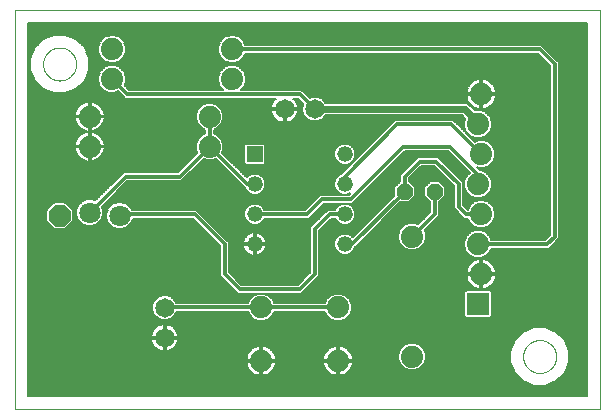
<source format=gbl>
G75*
%MOIN*%
%OFA0B0*%
%FSLAX25Y25*%
%IPPOS*%
%LPD*%
%AMOC8*
5,1,8,0,0,1.08239X$1,22.5*
%
%ADD10C,0.00000*%
%ADD11C,0.06500*%
%ADD12OC8,0.07087*%
%ADD13C,0.07087*%
%ADD14R,0.07400X0.07400*%
%ADD15C,0.07400*%
%ADD16OC8,0.05200*%
%ADD17R,0.05200X0.05200*%
%ADD18C,0.05200*%
%ADD19C,0.01200*%
%ADD20C,0.02400*%
%ADD21C,0.00600*%
D10*
X0001300Y0001300D02*
X0001300Y0134300D01*
X0196300Y0134300D01*
X0196300Y0001300D01*
X0001300Y0001300D01*
X0010800Y0116300D02*
X0010802Y0116448D01*
X0010808Y0116596D01*
X0010818Y0116744D01*
X0010832Y0116892D01*
X0010850Y0117039D01*
X0010872Y0117186D01*
X0010898Y0117332D01*
X0010927Y0117477D01*
X0010961Y0117622D01*
X0010999Y0117765D01*
X0011040Y0117908D01*
X0011085Y0118049D01*
X0011135Y0118189D01*
X0011187Y0118327D01*
X0011244Y0118465D01*
X0011304Y0118600D01*
X0011368Y0118734D01*
X0011435Y0118866D01*
X0011506Y0118996D01*
X0011581Y0119125D01*
X0011659Y0119251D01*
X0011740Y0119375D01*
X0011824Y0119497D01*
X0011912Y0119616D01*
X0012003Y0119733D01*
X0012097Y0119848D01*
X0012195Y0119960D01*
X0012295Y0120069D01*
X0012398Y0120176D01*
X0012504Y0120280D01*
X0012612Y0120381D01*
X0012724Y0120479D01*
X0012838Y0120574D01*
X0012954Y0120665D01*
X0013073Y0120754D01*
X0013194Y0120839D01*
X0013318Y0120921D01*
X0013444Y0121000D01*
X0013571Y0121075D01*
X0013701Y0121147D01*
X0013833Y0121216D01*
X0013966Y0121280D01*
X0014101Y0121341D01*
X0014238Y0121399D01*
X0014376Y0121453D01*
X0014516Y0121503D01*
X0014657Y0121549D01*
X0014799Y0121591D01*
X0014942Y0121630D01*
X0015086Y0121664D01*
X0015232Y0121695D01*
X0015377Y0121722D01*
X0015524Y0121745D01*
X0015671Y0121764D01*
X0015819Y0121779D01*
X0015966Y0121790D01*
X0016115Y0121797D01*
X0016263Y0121800D01*
X0016411Y0121799D01*
X0016559Y0121794D01*
X0016707Y0121785D01*
X0016855Y0121772D01*
X0017003Y0121755D01*
X0017149Y0121734D01*
X0017296Y0121709D01*
X0017441Y0121680D01*
X0017586Y0121648D01*
X0017729Y0121611D01*
X0017872Y0121571D01*
X0018014Y0121526D01*
X0018154Y0121478D01*
X0018293Y0121426D01*
X0018430Y0121371D01*
X0018566Y0121311D01*
X0018701Y0121248D01*
X0018833Y0121182D01*
X0018964Y0121112D01*
X0019093Y0121038D01*
X0019219Y0120961D01*
X0019344Y0120881D01*
X0019466Y0120797D01*
X0019587Y0120710D01*
X0019704Y0120620D01*
X0019820Y0120526D01*
X0019932Y0120430D01*
X0020042Y0120331D01*
X0020150Y0120228D01*
X0020254Y0120123D01*
X0020356Y0120015D01*
X0020454Y0119904D01*
X0020550Y0119791D01*
X0020643Y0119675D01*
X0020732Y0119557D01*
X0020818Y0119436D01*
X0020901Y0119313D01*
X0020981Y0119188D01*
X0021057Y0119061D01*
X0021130Y0118931D01*
X0021199Y0118800D01*
X0021264Y0118667D01*
X0021327Y0118533D01*
X0021385Y0118396D01*
X0021440Y0118258D01*
X0021490Y0118119D01*
X0021538Y0117978D01*
X0021581Y0117837D01*
X0021621Y0117694D01*
X0021656Y0117550D01*
X0021688Y0117405D01*
X0021716Y0117259D01*
X0021740Y0117113D01*
X0021760Y0116966D01*
X0021776Y0116818D01*
X0021788Y0116671D01*
X0021796Y0116522D01*
X0021800Y0116374D01*
X0021800Y0116226D01*
X0021796Y0116078D01*
X0021788Y0115929D01*
X0021776Y0115782D01*
X0021760Y0115634D01*
X0021740Y0115487D01*
X0021716Y0115341D01*
X0021688Y0115195D01*
X0021656Y0115050D01*
X0021621Y0114906D01*
X0021581Y0114763D01*
X0021538Y0114622D01*
X0021490Y0114481D01*
X0021440Y0114342D01*
X0021385Y0114204D01*
X0021327Y0114067D01*
X0021264Y0113933D01*
X0021199Y0113800D01*
X0021130Y0113669D01*
X0021057Y0113539D01*
X0020981Y0113412D01*
X0020901Y0113287D01*
X0020818Y0113164D01*
X0020732Y0113043D01*
X0020643Y0112925D01*
X0020550Y0112809D01*
X0020454Y0112696D01*
X0020356Y0112585D01*
X0020254Y0112477D01*
X0020150Y0112372D01*
X0020042Y0112269D01*
X0019932Y0112170D01*
X0019820Y0112074D01*
X0019704Y0111980D01*
X0019587Y0111890D01*
X0019466Y0111803D01*
X0019344Y0111719D01*
X0019219Y0111639D01*
X0019093Y0111562D01*
X0018964Y0111488D01*
X0018833Y0111418D01*
X0018701Y0111352D01*
X0018566Y0111289D01*
X0018430Y0111229D01*
X0018293Y0111174D01*
X0018154Y0111122D01*
X0018014Y0111074D01*
X0017872Y0111029D01*
X0017729Y0110989D01*
X0017586Y0110952D01*
X0017441Y0110920D01*
X0017296Y0110891D01*
X0017149Y0110866D01*
X0017003Y0110845D01*
X0016855Y0110828D01*
X0016707Y0110815D01*
X0016559Y0110806D01*
X0016411Y0110801D01*
X0016263Y0110800D01*
X0016115Y0110803D01*
X0015966Y0110810D01*
X0015819Y0110821D01*
X0015671Y0110836D01*
X0015524Y0110855D01*
X0015377Y0110878D01*
X0015232Y0110905D01*
X0015086Y0110936D01*
X0014942Y0110970D01*
X0014799Y0111009D01*
X0014657Y0111051D01*
X0014516Y0111097D01*
X0014376Y0111147D01*
X0014238Y0111201D01*
X0014101Y0111259D01*
X0013966Y0111320D01*
X0013833Y0111384D01*
X0013701Y0111453D01*
X0013571Y0111525D01*
X0013444Y0111600D01*
X0013318Y0111679D01*
X0013194Y0111761D01*
X0013073Y0111846D01*
X0012954Y0111935D01*
X0012838Y0112026D01*
X0012724Y0112121D01*
X0012612Y0112219D01*
X0012504Y0112320D01*
X0012398Y0112424D01*
X0012295Y0112531D01*
X0012195Y0112640D01*
X0012097Y0112752D01*
X0012003Y0112867D01*
X0011912Y0112984D01*
X0011824Y0113103D01*
X0011740Y0113225D01*
X0011659Y0113349D01*
X0011581Y0113475D01*
X0011506Y0113604D01*
X0011435Y0113734D01*
X0011368Y0113866D01*
X0011304Y0114000D01*
X0011244Y0114135D01*
X0011187Y0114273D01*
X0011135Y0114411D01*
X0011085Y0114551D01*
X0011040Y0114692D01*
X0010999Y0114835D01*
X0010961Y0114978D01*
X0010927Y0115123D01*
X0010898Y0115268D01*
X0010872Y0115414D01*
X0010850Y0115561D01*
X0010832Y0115708D01*
X0010818Y0115856D01*
X0010808Y0116004D01*
X0010802Y0116152D01*
X0010800Y0116300D01*
X0170800Y0018800D02*
X0170802Y0018948D01*
X0170808Y0019096D01*
X0170818Y0019244D01*
X0170832Y0019392D01*
X0170850Y0019539D01*
X0170872Y0019686D01*
X0170898Y0019832D01*
X0170927Y0019977D01*
X0170961Y0020122D01*
X0170999Y0020265D01*
X0171040Y0020408D01*
X0171085Y0020549D01*
X0171135Y0020689D01*
X0171187Y0020827D01*
X0171244Y0020965D01*
X0171304Y0021100D01*
X0171368Y0021234D01*
X0171435Y0021366D01*
X0171506Y0021496D01*
X0171581Y0021625D01*
X0171659Y0021751D01*
X0171740Y0021875D01*
X0171824Y0021997D01*
X0171912Y0022116D01*
X0172003Y0022233D01*
X0172097Y0022348D01*
X0172195Y0022460D01*
X0172295Y0022569D01*
X0172398Y0022676D01*
X0172504Y0022780D01*
X0172612Y0022881D01*
X0172724Y0022979D01*
X0172838Y0023074D01*
X0172954Y0023165D01*
X0173073Y0023254D01*
X0173194Y0023339D01*
X0173318Y0023421D01*
X0173444Y0023500D01*
X0173571Y0023575D01*
X0173701Y0023647D01*
X0173833Y0023716D01*
X0173966Y0023780D01*
X0174101Y0023841D01*
X0174238Y0023899D01*
X0174376Y0023953D01*
X0174516Y0024003D01*
X0174657Y0024049D01*
X0174799Y0024091D01*
X0174942Y0024130D01*
X0175086Y0024164D01*
X0175232Y0024195D01*
X0175377Y0024222D01*
X0175524Y0024245D01*
X0175671Y0024264D01*
X0175819Y0024279D01*
X0175966Y0024290D01*
X0176115Y0024297D01*
X0176263Y0024300D01*
X0176411Y0024299D01*
X0176559Y0024294D01*
X0176707Y0024285D01*
X0176855Y0024272D01*
X0177003Y0024255D01*
X0177149Y0024234D01*
X0177296Y0024209D01*
X0177441Y0024180D01*
X0177586Y0024148D01*
X0177729Y0024111D01*
X0177872Y0024071D01*
X0178014Y0024026D01*
X0178154Y0023978D01*
X0178293Y0023926D01*
X0178430Y0023871D01*
X0178566Y0023811D01*
X0178701Y0023748D01*
X0178833Y0023682D01*
X0178964Y0023612D01*
X0179093Y0023538D01*
X0179219Y0023461D01*
X0179344Y0023381D01*
X0179466Y0023297D01*
X0179587Y0023210D01*
X0179704Y0023120D01*
X0179820Y0023026D01*
X0179932Y0022930D01*
X0180042Y0022831D01*
X0180150Y0022728D01*
X0180254Y0022623D01*
X0180356Y0022515D01*
X0180454Y0022404D01*
X0180550Y0022291D01*
X0180643Y0022175D01*
X0180732Y0022057D01*
X0180818Y0021936D01*
X0180901Y0021813D01*
X0180981Y0021688D01*
X0181057Y0021561D01*
X0181130Y0021431D01*
X0181199Y0021300D01*
X0181264Y0021167D01*
X0181327Y0021033D01*
X0181385Y0020896D01*
X0181440Y0020758D01*
X0181490Y0020619D01*
X0181538Y0020478D01*
X0181581Y0020337D01*
X0181621Y0020194D01*
X0181656Y0020050D01*
X0181688Y0019905D01*
X0181716Y0019759D01*
X0181740Y0019613D01*
X0181760Y0019466D01*
X0181776Y0019318D01*
X0181788Y0019171D01*
X0181796Y0019022D01*
X0181800Y0018874D01*
X0181800Y0018726D01*
X0181796Y0018578D01*
X0181788Y0018429D01*
X0181776Y0018282D01*
X0181760Y0018134D01*
X0181740Y0017987D01*
X0181716Y0017841D01*
X0181688Y0017695D01*
X0181656Y0017550D01*
X0181621Y0017406D01*
X0181581Y0017263D01*
X0181538Y0017122D01*
X0181490Y0016981D01*
X0181440Y0016842D01*
X0181385Y0016704D01*
X0181327Y0016567D01*
X0181264Y0016433D01*
X0181199Y0016300D01*
X0181130Y0016169D01*
X0181057Y0016039D01*
X0180981Y0015912D01*
X0180901Y0015787D01*
X0180818Y0015664D01*
X0180732Y0015543D01*
X0180643Y0015425D01*
X0180550Y0015309D01*
X0180454Y0015196D01*
X0180356Y0015085D01*
X0180254Y0014977D01*
X0180150Y0014872D01*
X0180042Y0014769D01*
X0179932Y0014670D01*
X0179820Y0014574D01*
X0179704Y0014480D01*
X0179587Y0014390D01*
X0179466Y0014303D01*
X0179344Y0014219D01*
X0179219Y0014139D01*
X0179093Y0014062D01*
X0178964Y0013988D01*
X0178833Y0013918D01*
X0178701Y0013852D01*
X0178566Y0013789D01*
X0178430Y0013729D01*
X0178293Y0013674D01*
X0178154Y0013622D01*
X0178014Y0013574D01*
X0177872Y0013529D01*
X0177729Y0013489D01*
X0177586Y0013452D01*
X0177441Y0013420D01*
X0177296Y0013391D01*
X0177149Y0013366D01*
X0177003Y0013345D01*
X0176855Y0013328D01*
X0176707Y0013315D01*
X0176559Y0013306D01*
X0176411Y0013301D01*
X0176263Y0013300D01*
X0176115Y0013303D01*
X0175966Y0013310D01*
X0175819Y0013321D01*
X0175671Y0013336D01*
X0175524Y0013355D01*
X0175377Y0013378D01*
X0175232Y0013405D01*
X0175086Y0013436D01*
X0174942Y0013470D01*
X0174799Y0013509D01*
X0174657Y0013551D01*
X0174516Y0013597D01*
X0174376Y0013647D01*
X0174238Y0013701D01*
X0174101Y0013759D01*
X0173966Y0013820D01*
X0173833Y0013884D01*
X0173701Y0013953D01*
X0173571Y0014025D01*
X0173444Y0014100D01*
X0173318Y0014179D01*
X0173194Y0014261D01*
X0173073Y0014346D01*
X0172954Y0014435D01*
X0172838Y0014526D01*
X0172724Y0014621D01*
X0172612Y0014719D01*
X0172504Y0014820D01*
X0172398Y0014924D01*
X0172295Y0015031D01*
X0172195Y0015140D01*
X0172097Y0015252D01*
X0172003Y0015367D01*
X0171912Y0015484D01*
X0171824Y0015603D01*
X0171740Y0015725D01*
X0171659Y0015849D01*
X0171581Y0015975D01*
X0171506Y0016104D01*
X0171435Y0016234D01*
X0171368Y0016366D01*
X0171304Y0016500D01*
X0171244Y0016635D01*
X0171187Y0016773D01*
X0171135Y0016911D01*
X0171085Y0017051D01*
X0171040Y0017192D01*
X0170999Y0017335D01*
X0170961Y0017478D01*
X0170927Y0017623D01*
X0170898Y0017768D01*
X0170872Y0017914D01*
X0170850Y0018061D01*
X0170832Y0018208D01*
X0170818Y0018356D01*
X0170808Y0018504D01*
X0170802Y0018652D01*
X0170800Y0018800D01*
D11*
X0101300Y0101300D03*
X0091300Y0101300D03*
X0051300Y0035050D03*
X0051300Y0025050D03*
D12*
X0016300Y0065800D03*
D13*
X0026300Y0066800D03*
X0036300Y0065800D03*
D14*
X0155800Y0036300D03*
D15*
X0156800Y0046300D03*
X0155800Y0056300D03*
X0156800Y0066300D03*
X0155800Y0076300D03*
X0156800Y0086300D03*
X0155800Y0096300D03*
X0156800Y0106300D03*
X0133800Y0058800D03*
X0109100Y0035200D03*
X0083500Y0035200D03*
X0083500Y0017400D03*
X0109100Y0017400D03*
X0133800Y0018800D03*
X0066300Y0088800D03*
X0066300Y0098800D03*
X0073800Y0111300D03*
X0073800Y0121300D03*
X0033800Y0121300D03*
X0033800Y0111300D03*
X0026300Y0098800D03*
X0026300Y0088800D03*
D16*
X0131300Y0073800D03*
X0141300Y0073800D03*
D17*
X0081300Y0086300D03*
D18*
X0081300Y0076300D03*
X0081300Y0066300D03*
X0081300Y0056300D03*
X0111300Y0056300D03*
X0111300Y0066300D03*
X0111300Y0076300D03*
X0111300Y0086300D03*
D19*
X0111300Y0078800D02*
X0111300Y0076300D01*
X0111300Y0078800D02*
X0128800Y0096300D01*
X0146800Y0096300D01*
X0156800Y0086300D01*
X0155800Y0079300D02*
X0155800Y0076300D01*
X0155800Y0079300D02*
X0146300Y0088800D01*
X0130800Y0088800D01*
X0113300Y0071300D01*
X0103800Y0071300D01*
X0098800Y0066300D01*
X0081300Y0066300D01*
X0081300Y0076300D02*
X0078800Y0076300D01*
X0066300Y0088800D01*
X0056300Y0078800D01*
X0038300Y0078800D01*
X0026300Y0066800D01*
X0036300Y0065800D02*
X0036800Y0066300D01*
X0061300Y0066300D01*
X0071300Y0056300D01*
X0071300Y0046300D01*
X0076300Y0041300D01*
X0096300Y0041300D01*
X0101300Y0046300D01*
X0101300Y0061300D01*
X0106300Y0066300D01*
X0111300Y0066300D01*
X0111300Y0056300D02*
X0113800Y0056300D01*
X0131300Y0073800D01*
X0131300Y0078800D01*
X0136300Y0083800D01*
X0141800Y0083800D01*
X0149300Y0076300D01*
X0149300Y0068800D01*
X0151800Y0066300D01*
X0156800Y0066300D01*
X0155800Y0056300D02*
X0178800Y0056300D01*
X0181300Y0058800D01*
X0181300Y0116300D01*
X0176300Y0121300D01*
X0073800Y0121300D01*
X0096300Y0106300D02*
X0038800Y0106300D01*
X0033800Y0111300D01*
X0066300Y0098800D02*
X0066300Y0088800D01*
X0096300Y0106300D02*
X0101300Y0101300D01*
X0141300Y0073800D02*
X0141300Y0066300D01*
X0133800Y0058800D01*
X0109100Y0035200D02*
X0083500Y0035200D01*
X0051616Y0035200D01*
X0051300Y0035050D01*
D20*
X0101300Y0101300D02*
X0151300Y0101300D01*
X0155800Y0096800D01*
X0155800Y0096300D01*
D21*
X0151556Y0098074D02*
X0150430Y0099200D01*
X0104922Y0099200D01*
X0104818Y0098949D01*
X0103651Y0097782D01*
X0102125Y0097150D01*
X0100475Y0097150D01*
X0098949Y0097782D01*
X0097782Y0098949D01*
X0097150Y0100475D01*
X0097150Y0102125D01*
X0097502Y0102976D01*
X0095679Y0104800D01*
X0094224Y0104800D01*
X0094264Y0104771D01*
X0094771Y0104264D01*
X0095191Y0103685D01*
X0095517Y0103047D01*
X0095516Y0103047D02*
X0097432Y0103047D01*
X0097284Y0102448D02*
X0095711Y0102448D01*
X0095738Y0102365D02*
X0095517Y0103047D01*
X0095212Y0103645D02*
X0096833Y0103645D01*
X0096235Y0104244D02*
X0094785Y0104244D01*
X0095738Y0102365D02*
X0095850Y0101658D01*
X0095850Y0101600D01*
X0091600Y0101600D01*
X0091600Y0101000D01*
X0095850Y0101000D01*
X0095850Y0100942D01*
X0095738Y0100235D01*
X0095517Y0099553D01*
X0095191Y0098915D01*
X0094771Y0098336D01*
X0094264Y0097829D01*
X0093685Y0097408D01*
X0093047Y0097083D01*
X0092365Y0096862D01*
X0091658Y0096750D01*
X0091600Y0096750D01*
X0091600Y0101000D01*
X0091000Y0101000D01*
X0091000Y0096750D01*
X0090942Y0096750D01*
X0090235Y0096862D01*
X0089553Y0097083D01*
X0088915Y0097408D01*
X0088336Y0097829D01*
X0087829Y0098336D01*
X0087408Y0098915D01*
X0087083Y0099553D01*
X0086862Y0100235D01*
X0086750Y0100942D01*
X0086750Y0101000D01*
X0091000Y0101000D01*
X0091000Y0101600D01*
X0086750Y0101600D01*
X0086750Y0101658D01*
X0086862Y0102365D01*
X0087083Y0103047D01*
X0087084Y0103047D02*
X0068067Y0103047D01*
X0068906Y0102700D02*
X0067215Y0103400D01*
X0065385Y0103400D01*
X0063694Y0102700D01*
X0062400Y0101406D01*
X0061700Y0099715D01*
X0061700Y0097885D01*
X0062400Y0096194D01*
X0063694Y0094900D01*
X0064800Y0094442D01*
X0064800Y0093158D01*
X0063694Y0092700D01*
X0062400Y0091406D01*
X0061700Y0089715D01*
X0061700Y0087885D01*
X0062158Y0086779D01*
X0055679Y0080300D01*
X0037679Y0080300D01*
X0036800Y0079421D01*
X0028201Y0070822D01*
X0027184Y0071243D01*
X0025416Y0071243D01*
X0023783Y0070567D01*
X0022533Y0069317D01*
X0021857Y0067684D01*
X0021857Y0065916D01*
X0022533Y0064283D01*
X0023783Y0063033D01*
X0025416Y0062357D01*
X0027184Y0062357D01*
X0028817Y0063033D01*
X0030067Y0064283D01*
X0030743Y0065916D01*
X0030743Y0067684D01*
X0030322Y0068701D01*
X0038921Y0077300D01*
X0056921Y0077300D01*
X0064279Y0084658D01*
X0065385Y0084200D01*
X0067215Y0084200D01*
X0068321Y0084658D01*
X0078101Y0074878D01*
X0078333Y0074317D01*
X0079317Y0073333D01*
X0080604Y0072800D01*
X0081996Y0072800D01*
X0083283Y0073333D01*
X0084267Y0074317D01*
X0084800Y0075604D01*
X0084800Y0076996D01*
X0084267Y0078283D01*
X0083283Y0079267D01*
X0081996Y0079800D01*
X0080604Y0079800D01*
X0079317Y0079267D01*
X0078636Y0078586D01*
X0070442Y0086779D01*
X0070900Y0087885D01*
X0070900Y0089715D01*
X0070200Y0091406D01*
X0068906Y0092700D01*
X0067800Y0093158D01*
X0067800Y0094442D01*
X0068906Y0094900D01*
X0070200Y0096194D01*
X0070900Y0097885D01*
X0070900Y0099715D01*
X0070200Y0101406D01*
X0068906Y0102700D01*
X0069157Y0102448D02*
X0086889Y0102448D01*
X0086780Y0101850D02*
X0069755Y0101850D01*
X0070264Y0101251D02*
X0091000Y0101251D01*
X0091000Y0100653D02*
X0091600Y0100653D01*
X0091600Y0101251D02*
X0097150Y0101251D01*
X0097150Y0100653D02*
X0095804Y0100653D01*
X0095679Y0100054D02*
X0097324Y0100054D01*
X0097572Y0099456D02*
X0095467Y0099456D01*
X0095149Y0098857D02*
X0097874Y0098857D01*
X0098472Y0098259D02*
X0094694Y0098259D01*
X0094031Y0097660D02*
X0099242Y0097660D01*
X0103357Y0097660D02*
X0128039Y0097660D01*
X0128179Y0097800D02*
X0127300Y0096921D01*
X0110679Y0080300D01*
X0109878Y0079499D01*
X0109317Y0079267D01*
X0108333Y0078283D01*
X0107800Y0076996D01*
X0107800Y0075604D01*
X0108333Y0074317D01*
X0109317Y0073333D01*
X0110604Y0072800D01*
X0111996Y0072800D01*
X0113161Y0073283D01*
X0112679Y0072800D01*
X0103179Y0072800D01*
X0102300Y0071921D01*
X0098179Y0067800D01*
X0084467Y0067800D01*
X0084267Y0068283D01*
X0083283Y0069267D01*
X0081996Y0069800D01*
X0080604Y0069800D01*
X0079317Y0069267D01*
X0078333Y0068283D01*
X0077800Y0066996D01*
X0077800Y0065604D01*
X0078333Y0064317D01*
X0079317Y0063333D01*
X0080604Y0062800D01*
X0081996Y0062800D01*
X0083283Y0063333D01*
X0084267Y0064317D01*
X0084467Y0064800D01*
X0099421Y0064800D01*
X0104421Y0069800D01*
X0113921Y0069800D01*
X0114800Y0070679D01*
X0131421Y0087300D01*
X0145679Y0087300D01*
X0152987Y0079992D01*
X0151900Y0078906D01*
X0151200Y0077215D01*
X0151200Y0075385D01*
X0151900Y0073694D01*
X0153194Y0072400D01*
X0154885Y0071700D01*
X0156715Y0071700D01*
X0158406Y0072400D01*
X0159700Y0073694D01*
X0160400Y0075385D01*
X0160400Y0077215D01*
X0159700Y0078906D01*
X0158406Y0080200D01*
X0156715Y0080900D01*
X0156321Y0080900D01*
X0155264Y0081957D01*
X0155885Y0081700D01*
X0157715Y0081700D01*
X0159406Y0082400D01*
X0160700Y0083694D01*
X0161400Y0085385D01*
X0161400Y0087215D01*
X0160700Y0088906D01*
X0159406Y0090200D01*
X0157715Y0090900D01*
X0155885Y0090900D01*
X0154779Y0090442D01*
X0148300Y0096921D01*
X0147421Y0097800D01*
X0128179Y0097800D01*
X0127440Y0097062D02*
X0092980Y0097062D01*
X0091600Y0097062D02*
X0091000Y0097062D01*
X0091000Y0097660D02*
X0091600Y0097660D01*
X0091600Y0098259D02*
X0091000Y0098259D01*
X0091000Y0098857D02*
X0091600Y0098857D01*
X0091600Y0099456D02*
X0091000Y0099456D01*
X0091000Y0100054D02*
X0091600Y0100054D01*
X0089620Y0097062D02*
X0070559Y0097062D01*
X0070807Y0097660D02*
X0088569Y0097660D01*
X0087906Y0098259D02*
X0070900Y0098259D01*
X0070900Y0098857D02*
X0087451Y0098857D01*
X0087133Y0099456D02*
X0070900Y0099456D01*
X0070759Y0100054D02*
X0086921Y0100054D01*
X0086796Y0100653D02*
X0070512Y0100653D01*
X0070311Y0096463D02*
X0126842Y0096463D01*
X0126243Y0095865D02*
X0069870Y0095865D01*
X0069272Y0095266D02*
X0125645Y0095266D01*
X0125046Y0094668D02*
X0068344Y0094668D01*
X0067800Y0094069D02*
X0124448Y0094069D01*
X0123849Y0093471D02*
X0067800Y0093471D01*
X0068489Y0092872D02*
X0123251Y0092872D01*
X0122652Y0092274D02*
X0069332Y0092274D01*
X0069930Y0091675D02*
X0122054Y0091675D01*
X0121455Y0091077D02*
X0070336Y0091077D01*
X0070584Y0090478D02*
X0120857Y0090478D01*
X0120258Y0089880D02*
X0070832Y0089880D01*
X0070900Y0089281D02*
X0077808Y0089281D01*
X0077800Y0089273D02*
X0077800Y0083327D01*
X0078327Y0082800D01*
X0084273Y0082800D01*
X0084800Y0083327D01*
X0084800Y0089273D01*
X0084273Y0089800D01*
X0078327Y0089800D01*
X0077800Y0089273D01*
X0077800Y0088683D02*
X0070900Y0088683D01*
X0070900Y0088084D02*
X0077800Y0088084D01*
X0077800Y0087486D02*
X0070735Y0087486D01*
X0070487Y0086887D02*
X0077800Y0086887D01*
X0077800Y0086289D02*
X0070933Y0086289D01*
X0071531Y0085690D02*
X0077800Y0085690D01*
X0077800Y0085092D02*
X0072130Y0085092D01*
X0072728Y0084493D02*
X0077800Y0084493D01*
X0077800Y0083895D02*
X0073327Y0083895D01*
X0073925Y0083296D02*
X0077831Y0083296D01*
X0075721Y0081501D02*
X0111879Y0081501D01*
X0112478Y0082099D02*
X0075122Y0082099D01*
X0074524Y0082698D02*
X0113076Y0082698D01*
X0113194Y0083296D02*
X0113675Y0083296D01*
X0113283Y0083333D02*
X0114267Y0084317D01*
X0114800Y0085604D01*
X0114800Y0086996D01*
X0114267Y0088283D01*
X0113283Y0089267D01*
X0111996Y0089800D01*
X0110604Y0089800D01*
X0109317Y0089267D01*
X0108333Y0088283D01*
X0107800Y0086996D01*
X0107800Y0085604D01*
X0108333Y0084317D01*
X0109317Y0083333D01*
X0110604Y0082800D01*
X0111996Y0082800D01*
X0113283Y0083333D01*
X0113844Y0083895D02*
X0114273Y0083895D01*
X0114340Y0084493D02*
X0114872Y0084493D01*
X0114588Y0085092D02*
X0115470Y0085092D01*
X0116069Y0085690D02*
X0114800Y0085690D01*
X0114800Y0086289D02*
X0116667Y0086289D01*
X0117266Y0086887D02*
X0114800Y0086887D01*
X0114597Y0087486D02*
X0117864Y0087486D01*
X0118463Y0088084D02*
X0114349Y0088084D01*
X0113867Y0088683D02*
X0119061Y0088683D01*
X0119660Y0089281D02*
X0113249Y0089281D01*
X0109351Y0089281D02*
X0084792Y0089281D01*
X0084800Y0088683D02*
X0108733Y0088683D01*
X0108251Y0088084D02*
X0084800Y0088084D01*
X0084800Y0087486D02*
X0108003Y0087486D01*
X0107800Y0086887D02*
X0084800Y0086887D01*
X0084800Y0086289D02*
X0107800Y0086289D01*
X0107800Y0085690D02*
X0084800Y0085690D01*
X0084800Y0085092D02*
X0108012Y0085092D01*
X0108260Y0084493D02*
X0084800Y0084493D01*
X0084800Y0083895D02*
X0108756Y0083895D01*
X0109406Y0083296D02*
X0084769Y0083296D01*
X0083443Y0079106D02*
X0109157Y0079106D01*
X0108558Y0078508D02*
X0084042Y0078508D01*
X0084422Y0077909D02*
X0108178Y0077909D01*
X0107930Y0077311D02*
X0084670Y0077311D01*
X0084800Y0076712D02*
X0107800Y0076712D01*
X0107800Y0076114D02*
X0084800Y0076114D01*
X0084763Y0075515D02*
X0107837Y0075515D01*
X0108085Y0074917D02*
X0084515Y0074917D01*
X0084268Y0074318D02*
X0108332Y0074318D01*
X0108930Y0073720D02*
X0083670Y0073720D01*
X0082772Y0073121D02*
X0109828Y0073121D01*
X0112772Y0073121D02*
X0113000Y0073121D01*
X0116046Y0071924D02*
X0127303Y0071924D01*
X0127800Y0072421D02*
X0113964Y0058586D01*
X0113283Y0059267D01*
X0111996Y0059800D01*
X0110604Y0059800D01*
X0109317Y0059267D01*
X0108333Y0058283D01*
X0107800Y0056996D01*
X0107800Y0055604D01*
X0108333Y0054317D01*
X0109317Y0053333D01*
X0110604Y0052800D01*
X0111996Y0052800D01*
X0113283Y0053333D01*
X0114267Y0054317D01*
X0114499Y0054878D01*
X0115300Y0055679D01*
X0129921Y0070300D01*
X0132750Y0070300D01*
X0134800Y0072350D01*
X0134800Y0075250D01*
X0132800Y0077250D01*
X0132800Y0078179D01*
X0136921Y0082300D01*
X0141179Y0082300D01*
X0147800Y0075679D01*
X0147800Y0068179D01*
X0151179Y0064800D01*
X0152442Y0064800D01*
X0152900Y0063694D01*
X0154194Y0062400D01*
X0155885Y0061700D01*
X0157715Y0061700D01*
X0159406Y0062400D01*
X0160700Y0063694D01*
X0161400Y0065385D01*
X0161400Y0067215D01*
X0160700Y0068906D01*
X0159406Y0070200D01*
X0157715Y0070900D01*
X0155885Y0070900D01*
X0154194Y0070200D01*
X0152900Y0068906D01*
X0152442Y0067800D01*
X0152421Y0067800D01*
X0150800Y0069421D01*
X0150800Y0076921D01*
X0143300Y0084421D01*
X0142421Y0085300D01*
X0135679Y0085300D01*
X0130679Y0080300D01*
X0129800Y0079421D01*
X0129800Y0077250D01*
X0127800Y0075250D01*
X0127800Y0072421D01*
X0127800Y0072523D02*
X0116644Y0072523D01*
X0117243Y0073121D02*
X0127800Y0073121D01*
X0127800Y0073720D02*
X0117841Y0073720D01*
X0118440Y0074318D02*
X0127800Y0074318D01*
X0127800Y0074917D02*
X0119038Y0074917D01*
X0119637Y0075515D02*
X0128066Y0075515D01*
X0128664Y0076114D02*
X0120235Y0076114D01*
X0120834Y0076712D02*
X0129263Y0076712D01*
X0129800Y0077311D02*
X0121432Y0077311D01*
X0122031Y0077909D02*
X0129800Y0077909D01*
X0129800Y0078508D02*
X0122629Y0078508D01*
X0123228Y0079106D02*
X0129800Y0079106D01*
X0130084Y0079705D02*
X0123826Y0079705D01*
X0124425Y0080303D02*
X0130682Y0080303D01*
X0131281Y0080902D02*
X0125023Y0080902D01*
X0125622Y0081501D02*
X0131879Y0081501D01*
X0132478Y0082099D02*
X0126220Y0082099D01*
X0126819Y0082698D02*
X0133076Y0082698D01*
X0133675Y0083296D02*
X0127417Y0083296D01*
X0128016Y0083895D02*
X0134273Y0083895D01*
X0134872Y0084493D02*
X0128614Y0084493D01*
X0129213Y0085092D02*
X0135470Y0085092D01*
X0136720Y0082099D02*
X0141380Y0082099D01*
X0141978Y0081501D02*
X0136122Y0081501D01*
X0135523Y0080902D02*
X0142577Y0080902D01*
X0143175Y0080303D02*
X0134925Y0080303D01*
X0134326Y0079705D02*
X0143774Y0079705D01*
X0144372Y0079106D02*
X0133728Y0079106D01*
X0133129Y0078508D02*
X0144971Y0078508D01*
X0145569Y0077909D02*
X0132800Y0077909D01*
X0132800Y0077311D02*
X0146168Y0077311D01*
X0146766Y0076712D02*
X0143337Y0076712D01*
X0142750Y0077300D02*
X0139850Y0077300D01*
X0137800Y0075250D01*
X0137800Y0072350D01*
X0139800Y0070350D01*
X0139800Y0066921D01*
X0135821Y0062942D01*
X0134715Y0063400D01*
X0132885Y0063400D01*
X0131194Y0062700D01*
X0129900Y0061406D01*
X0129200Y0059715D01*
X0129200Y0057885D01*
X0129900Y0056194D01*
X0131194Y0054900D01*
X0132885Y0054200D01*
X0134715Y0054200D01*
X0136406Y0054900D01*
X0137700Y0056194D01*
X0138400Y0057885D01*
X0138400Y0059715D01*
X0137942Y0060821D01*
X0142800Y0065679D01*
X0142800Y0070350D01*
X0144800Y0072350D01*
X0144800Y0075250D01*
X0142750Y0077300D01*
X0143936Y0076114D02*
X0147365Y0076114D01*
X0147800Y0075515D02*
X0144534Y0075515D01*
X0144800Y0074917D02*
X0147800Y0074917D01*
X0147800Y0074318D02*
X0144800Y0074318D01*
X0144800Y0073720D02*
X0147800Y0073720D01*
X0147800Y0073121D02*
X0144800Y0073121D01*
X0144800Y0072523D02*
X0147800Y0072523D01*
X0147800Y0071924D02*
X0144374Y0071924D01*
X0143776Y0071326D02*
X0147800Y0071326D01*
X0147800Y0070727D02*
X0143177Y0070727D01*
X0142800Y0070129D02*
X0147800Y0070129D01*
X0147800Y0069530D02*
X0142800Y0069530D01*
X0142800Y0068932D02*
X0147800Y0068932D01*
X0147800Y0068333D02*
X0142800Y0068333D01*
X0142800Y0067735D02*
X0148244Y0067735D01*
X0148842Y0067136D02*
X0142800Y0067136D01*
X0142800Y0066538D02*
X0149441Y0066538D01*
X0150039Y0065939D02*
X0142800Y0065939D01*
X0142462Y0065341D02*
X0150638Y0065341D01*
X0152466Y0064742D02*
X0141864Y0064742D01*
X0141265Y0064144D02*
X0152714Y0064144D01*
X0153049Y0063545D02*
X0140666Y0063545D01*
X0140068Y0062947D02*
X0153648Y0062947D01*
X0154320Y0062348D02*
X0139469Y0062348D01*
X0138871Y0061750D02*
X0155765Y0061750D01*
X0154885Y0060900D02*
X0153194Y0060200D01*
X0151900Y0058906D01*
X0151200Y0057215D01*
X0151200Y0055385D01*
X0151900Y0053694D01*
X0153194Y0052400D01*
X0154885Y0051700D01*
X0156715Y0051700D01*
X0158406Y0052400D01*
X0159700Y0053694D01*
X0160158Y0054800D01*
X0179421Y0054800D01*
X0180300Y0055679D01*
X0182800Y0058179D01*
X0182800Y0116921D01*
X0181921Y0117800D01*
X0176921Y0122800D01*
X0078158Y0122800D01*
X0077700Y0123906D01*
X0076406Y0125200D01*
X0074715Y0125900D01*
X0072885Y0125900D01*
X0071194Y0125200D01*
X0069900Y0123906D01*
X0069200Y0122215D01*
X0069200Y0120385D01*
X0069900Y0118694D01*
X0071194Y0117400D01*
X0072885Y0116700D01*
X0074715Y0116700D01*
X0076406Y0117400D01*
X0077700Y0118694D01*
X0078158Y0119800D01*
X0175679Y0119800D01*
X0179800Y0115679D01*
X0179800Y0059421D01*
X0178179Y0057800D01*
X0160158Y0057800D01*
X0159700Y0058906D01*
X0158406Y0060200D01*
X0156715Y0060900D01*
X0154885Y0060900D01*
X0154046Y0060553D02*
X0138053Y0060553D01*
X0138272Y0061151D02*
X0179800Y0061151D01*
X0179800Y0060553D02*
X0157554Y0060553D01*
X0157835Y0061750D02*
X0179800Y0061750D01*
X0179800Y0062348D02*
X0159280Y0062348D01*
X0159952Y0062947D02*
X0179800Y0062947D01*
X0179800Y0063545D02*
X0160551Y0063545D01*
X0160886Y0064144D02*
X0179800Y0064144D01*
X0179800Y0064742D02*
X0161134Y0064742D01*
X0161382Y0065341D02*
X0179800Y0065341D01*
X0179800Y0065939D02*
X0161400Y0065939D01*
X0161400Y0066538D02*
X0179800Y0066538D01*
X0179800Y0067136D02*
X0161400Y0067136D01*
X0161185Y0067735D02*
X0179800Y0067735D01*
X0179800Y0068333D02*
X0160937Y0068333D01*
X0160674Y0068932D02*
X0179800Y0068932D01*
X0179800Y0069530D02*
X0160075Y0069530D01*
X0159477Y0070129D02*
X0179800Y0070129D01*
X0179800Y0070727D02*
X0158132Y0070727D01*
X0157257Y0071924D02*
X0179800Y0071924D01*
X0179800Y0071326D02*
X0150800Y0071326D01*
X0150800Y0071924D02*
X0154343Y0071924D01*
X0153072Y0072523D02*
X0150800Y0072523D01*
X0150800Y0073121D02*
X0152473Y0073121D01*
X0151890Y0073720D02*
X0150800Y0073720D01*
X0150800Y0074318D02*
X0151642Y0074318D01*
X0151394Y0074917D02*
X0150800Y0074917D01*
X0150800Y0075515D02*
X0151200Y0075515D01*
X0151200Y0076114D02*
X0150800Y0076114D01*
X0150800Y0076712D02*
X0151200Y0076712D01*
X0151240Y0077311D02*
X0150410Y0077311D01*
X0149812Y0077909D02*
X0151488Y0077909D01*
X0151736Y0078508D02*
X0149213Y0078508D01*
X0148615Y0079106D02*
X0152101Y0079106D01*
X0152700Y0079705D02*
X0148016Y0079705D01*
X0147418Y0080303D02*
X0152675Y0080303D01*
X0152077Y0080902D02*
X0146819Y0080902D01*
X0146221Y0081501D02*
X0151478Y0081501D01*
X0150880Y0082099D02*
X0145622Y0082099D01*
X0145024Y0082698D02*
X0150281Y0082698D01*
X0149683Y0083296D02*
X0144425Y0083296D01*
X0143827Y0083895D02*
X0149084Y0083895D01*
X0148486Y0084493D02*
X0143228Y0084493D01*
X0142630Y0085092D02*
X0147887Y0085092D01*
X0147289Y0085690D02*
X0129811Y0085690D01*
X0130410Y0086289D02*
X0146690Y0086289D01*
X0146092Y0086887D02*
X0131008Y0086887D01*
X0133337Y0076712D02*
X0139263Y0076712D01*
X0138664Y0076114D02*
X0133936Y0076114D01*
X0134534Y0075515D02*
X0138066Y0075515D01*
X0137800Y0074917D02*
X0134800Y0074917D01*
X0134800Y0074318D02*
X0137800Y0074318D01*
X0137800Y0073720D02*
X0134800Y0073720D01*
X0134800Y0073121D02*
X0137800Y0073121D01*
X0137800Y0072523D02*
X0134800Y0072523D01*
X0134374Y0071924D02*
X0138226Y0071924D01*
X0138824Y0071326D02*
X0133776Y0071326D01*
X0133177Y0070727D02*
X0139423Y0070727D01*
X0139800Y0070129D02*
X0129750Y0070129D01*
X0129152Y0069530D02*
X0139800Y0069530D01*
X0139800Y0068932D02*
X0128553Y0068932D01*
X0127955Y0068333D02*
X0139800Y0068333D01*
X0139800Y0067735D02*
X0127356Y0067735D01*
X0126758Y0067136D02*
X0139800Y0067136D01*
X0139416Y0066538D02*
X0126159Y0066538D01*
X0125561Y0065939D02*
X0138818Y0065939D01*
X0138219Y0065341D02*
X0124962Y0065341D01*
X0124364Y0064742D02*
X0137621Y0064742D01*
X0137022Y0064144D02*
X0123765Y0064144D01*
X0123166Y0063545D02*
X0136424Y0063545D01*
X0135825Y0062947D02*
X0135809Y0062947D01*
X0138301Y0059954D02*
X0152949Y0059954D01*
X0152350Y0059356D02*
X0138400Y0059356D01*
X0138400Y0058757D02*
X0151839Y0058757D01*
X0151591Y0058159D02*
X0138400Y0058159D01*
X0138265Y0057560D02*
X0151343Y0057560D01*
X0151200Y0056962D02*
X0138017Y0056962D01*
X0137770Y0056363D02*
X0151200Y0056363D01*
X0151200Y0055765D02*
X0137270Y0055765D01*
X0136671Y0055166D02*
X0151291Y0055166D01*
X0151539Y0054568D02*
X0135602Y0054568D01*
X0131998Y0054568D02*
X0114371Y0054568D01*
X0114787Y0055166D02*
X0130929Y0055166D01*
X0130330Y0055765D02*
X0115386Y0055765D01*
X0115984Y0056363D02*
X0129830Y0056363D01*
X0129582Y0056962D02*
X0116583Y0056962D01*
X0117181Y0057560D02*
X0129335Y0057560D01*
X0129200Y0058159D02*
X0117780Y0058159D01*
X0118378Y0058757D02*
X0129200Y0058757D01*
X0129200Y0059356D02*
X0118977Y0059356D01*
X0119575Y0059954D02*
X0129299Y0059954D01*
X0129547Y0060553D02*
X0120174Y0060553D01*
X0120772Y0061151D02*
X0129795Y0061151D01*
X0130244Y0061750D02*
X0121371Y0061750D01*
X0121969Y0062348D02*
X0130843Y0062348D01*
X0131791Y0062947D02*
X0122568Y0062947D01*
X0120719Y0065341D02*
X0114691Y0065341D01*
X0114800Y0065604D02*
X0114267Y0064317D01*
X0113283Y0063333D01*
X0111996Y0062800D01*
X0110604Y0062800D01*
X0109317Y0063333D01*
X0108333Y0064317D01*
X0108133Y0064800D01*
X0106921Y0064800D01*
X0102800Y0060679D01*
X0102800Y0045679D01*
X0101921Y0044800D01*
X0096921Y0039800D01*
X0075679Y0039800D01*
X0074800Y0040679D01*
X0074800Y0040679D01*
X0070679Y0044800D01*
X0070679Y0044800D01*
X0069800Y0045679D01*
X0069800Y0055679D01*
X0060679Y0064800D01*
X0040695Y0064800D01*
X0040067Y0063283D01*
X0038817Y0062033D01*
X0037184Y0061357D01*
X0035416Y0061357D01*
X0033783Y0062033D01*
X0032533Y0063283D01*
X0031857Y0064916D01*
X0031857Y0066684D01*
X0032533Y0068317D01*
X0033783Y0069567D01*
X0035416Y0070243D01*
X0037184Y0070243D01*
X0038817Y0069567D01*
X0040067Y0068317D01*
X0040281Y0067800D01*
X0061921Y0067800D01*
X0071921Y0057800D01*
X0072800Y0056921D01*
X0072800Y0046921D01*
X0076921Y0042800D01*
X0095679Y0042800D01*
X0099800Y0046921D01*
X0099800Y0061921D01*
X0104800Y0066921D01*
X0105679Y0067800D01*
X0108133Y0067800D01*
X0108333Y0068283D01*
X0109317Y0069267D01*
X0110604Y0069800D01*
X0111996Y0069800D01*
X0113283Y0069267D01*
X0114267Y0068283D01*
X0114800Y0066996D01*
X0114800Y0065604D01*
X0114800Y0065939D02*
X0121318Y0065939D01*
X0121916Y0066538D02*
X0114800Y0066538D01*
X0114742Y0067136D02*
X0122515Y0067136D01*
X0123113Y0067735D02*
X0114494Y0067735D01*
X0114216Y0068333D02*
X0123712Y0068333D01*
X0124310Y0068932D02*
X0113618Y0068932D01*
X0112647Y0069530D02*
X0124909Y0069530D01*
X0125507Y0070129D02*
X0114250Y0070129D01*
X0114849Y0070727D02*
X0126106Y0070727D01*
X0126705Y0071326D02*
X0115447Y0071326D01*
X0109953Y0069530D02*
X0104152Y0069530D01*
X0103553Y0068932D02*
X0108982Y0068932D01*
X0108384Y0068333D02*
X0102955Y0068333D01*
X0102356Y0067735D02*
X0105613Y0067735D01*
X0105015Y0067136D02*
X0101758Y0067136D01*
X0101159Y0066538D02*
X0104416Y0066538D01*
X0103818Y0065939D02*
X0100561Y0065939D01*
X0099962Y0065341D02*
X0103219Y0065341D01*
X0102621Y0064742D02*
X0084443Y0064742D01*
X0084093Y0064144D02*
X0102022Y0064144D01*
X0101424Y0063545D02*
X0083495Y0063545D01*
X0082350Y0062947D02*
X0100825Y0062947D01*
X0100227Y0062348D02*
X0067373Y0062348D01*
X0067972Y0061750D02*
X0099800Y0061750D01*
X0099800Y0061151D02*
X0068570Y0061151D01*
X0069169Y0060553D02*
X0099800Y0060553D01*
X0099800Y0059954D02*
X0082669Y0059954D01*
X0082438Y0060050D02*
X0081684Y0060200D01*
X0081600Y0060200D01*
X0081600Y0056600D01*
X0085200Y0056600D01*
X0085200Y0056684D01*
X0085050Y0057438D01*
X0084756Y0058147D01*
X0084329Y0058786D01*
X0083786Y0059329D01*
X0083147Y0059756D01*
X0082438Y0060050D01*
X0081600Y0059954D02*
X0081000Y0059954D01*
X0081000Y0060200D02*
X0080916Y0060200D01*
X0080162Y0060050D01*
X0079453Y0059756D01*
X0078814Y0059329D01*
X0078271Y0058786D01*
X0077844Y0058147D01*
X0077550Y0057438D01*
X0077400Y0056684D01*
X0077400Y0056600D01*
X0081000Y0056600D01*
X0081000Y0060200D01*
X0081000Y0059356D02*
X0081600Y0059356D01*
X0081600Y0058757D02*
X0081000Y0058757D01*
X0081000Y0058159D02*
X0081600Y0058159D01*
X0081600Y0057560D02*
X0081000Y0057560D01*
X0081000Y0056962D02*
X0081600Y0056962D01*
X0081600Y0056600D02*
X0081000Y0056600D01*
X0081000Y0056000D01*
X0081600Y0056000D01*
X0081600Y0056600D01*
X0081600Y0056363D02*
X0099800Y0056363D01*
X0099800Y0055765D02*
X0085170Y0055765D01*
X0085200Y0055916D02*
X0085200Y0056000D01*
X0081600Y0056000D01*
X0081600Y0052400D01*
X0081684Y0052400D01*
X0082438Y0052550D01*
X0083147Y0052844D01*
X0083786Y0053271D01*
X0084329Y0053814D01*
X0084756Y0054453D01*
X0085050Y0055162D01*
X0085200Y0055916D01*
X0085051Y0055166D02*
X0099800Y0055166D01*
X0099800Y0054568D02*
X0084804Y0054568D01*
X0084433Y0053969D02*
X0099800Y0053969D01*
X0099800Y0053370D02*
X0083886Y0053370D01*
X0082974Y0052772D02*
X0099800Y0052772D01*
X0099800Y0052173D02*
X0072800Y0052173D01*
X0072800Y0051575D02*
X0099800Y0051575D01*
X0099800Y0050976D02*
X0072800Y0050976D01*
X0072800Y0050378D02*
X0099800Y0050378D01*
X0099800Y0049779D02*
X0072800Y0049779D01*
X0072800Y0049181D02*
X0099800Y0049181D01*
X0099800Y0048582D02*
X0072800Y0048582D01*
X0072800Y0047984D02*
X0099800Y0047984D01*
X0099800Y0047385D02*
X0072800Y0047385D01*
X0072934Y0046787D02*
X0099666Y0046787D01*
X0099067Y0046188D02*
X0073533Y0046188D01*
X0074131Y0045590D02*
X0098469Y0045590D01*
X0097870Y0044991D02*
X0074730Y0044991D01*
X0075328Y0044393D02*
X0097271Y0044393D01*
X0096673Y0043794D02*
X0075927Y0043794D01*
X0076526Y0043196D02*
X0096074Y0043196D01*
X0097923Y0040802D02*
X0151629Y0040802D01*
X0151727Y0040900D02*
X0151200Y0040373D01*
X0151200Y0032227D01*
X0151727Y0031700D01*
X0159873Y0031700D01*
X0160400Y0032227D01*
X0160400Y0040373D01*
X0159873Y0040900D01*
X0151727Y0040900D01*
X0151200Y0040203D02*
X0097325Y0040203D01*
X0098522Y0041400D02*
X0155773Y0041400D01*
X0155629Y0041423D02*
X0156406Y0041300D01*
X0156500Y0041300D01*
X0156500Y0046000D01*
X0157100Y0046000D01*
X0157100Y0046600D01*
X0161800Y0046600D01*
X0161800Y0046694D01*
X0161677Y0047471D01*
X0161434Y0048219D01*
X0161076Y0048921D01*
X0160614Y0049557D01*
X0160057Y0050114D01*
X0159421Y0050576D01*
X0158719Y0050934D01*
X0157971Y0051177D01*
X0157194Y0051300D01*
X0157100Y0051300D01*
X0157100Y0046600D01*
X0156500Y0046600D01*
X0156500Y0051300D01*
X0156406Y0051300D01*
X0155629Y0051177D01*
X0154881Y0050934D01*
X0154179Y0050576D01*
X0153543Y0050114D01*
X0152986Y0049557D01*
X0152524Y0048921D01*
X0152166Y0048219D01*
X0151923Y0047471D01*
X0151800Y0046694D01*
X0151800Y0046600D01*
X0156500Y0046600D01*
X0156500Y0046000D01*
X0151800Y0046000D01*
X0151800Y0045906D01*
X0151923Y0045129D01*
X0152166Y0044381D01*
X0152524Y0043679D01*
X0152986Y0043043D01*
X0153543Y0042486D01*
X0154179Y0042024D01*
X0154881Y0041666D01*
X0155629Y0041423D01*
X0156500Y0041400D02*
X0157100Y0041400D01*
X0157100Y0041300D02*
X0157194Y0041300D01*
X0157971Y0041423D01*
X0158719Y0041666D01*
X0159421Y0042024D01*
X0160057Y0042486D01*
X0160614Y0043043D01*
X0161076Y0043679D01*
X0161434Y0044381D01*
X0161677Y0045129D01*
X0161800Y0045906D01*
X0161800Y0046000D01*
X0157100Y0046000D01*
X0157100Y0041300D01*
X0157100Y0041999D02*
X0156500Y0041999D01*
X0156500Y0042597D02*
X0157100Y0042597D01*
X0157100Y0043196D02*
X0156500Y0043196D01*
X0156500Y0043794D02*
X0157100Y0043794D01*
X0157100Y0044393D02*
X0156500Y0044393D01*
X0156500Y0044991D02*
X0157100Y0044991D01*
X0157100Y0045590D02*
X0156500Y0045590D01*
X0156500Y0046188D02*
X0102800Y0046188D01*
X0102800Y0046787D02*
X0151815Y0046787D01*
X0151910Y0047385D02*
X0102800Y0047385D01*
X0102800Y0047984D02*
X0152090Y0047984D01*
X0152351Y0048582D02*
X0102800Y0048582D01*
X0102800Y0049181D02*
X0152713Y0049181D01*
X0153208Y0049779D02*
X0102800Y0049779D01*
X0102800Y0050378D02*
X0153906Y0050378D01*
X0155012Y0050976D02*
X0102800Y0050976D01*
X0102800Y0051575D02*
X0192000Y0051575D01*
X0192000Y0052173D02*
X0157858Y0052173D01*
X0158777Y0052772D02*
X0192000Y0052772D01*
X0192000Y0053370D02*
X0159376Y0053370D01*
X0159813Y0053969D02*
X0192000Y0053969D01*
X0192000Y0054568D02*
X0160061Y0054568D01*
X0160009Y0058159D02*
X0178537Y0058159D01*
X0179136Y0058757D02*
X0159761Y0058757D01*
X0159250Y0059356D02*
X0179734Y0059356D01*
X0179800Y0059954D02*
X0158651Y0059954D01*
X0151787Y0053969D02*
X0113919Y0053969D01*
X0113320Y0053370D02*
X0152224Y0053370D01*
X0152823Y0052772D02*
X0102800Y0052772D01*
X0102800Y0053370D02*
X0109280Y0053370D01*
X0108681Y0053969D02*
X0102800Y0053969D01*
X0102800Y0054568D02*
X0108229Y0054568D01*
X0107981Y0055166D02*
X0102800Y0055166D01*
X0102800Y0055765D02*
X0107800Y0055765D01*
X0107800Y0056363D02*
X0102800Y0056363D01*
X0102800Y0056962D02*
X0107800Y0056962D01*
X0108034Y0057560D02*
X0102800Y0057560D01*
X0102800Y0058159D02*
X0108281Y0058159D01*
X0108807Y0058757D02*
X0102800Y0058757D01*
X0102800Y0059356D02*
X0109531Y0059356D01*
X0113069Y0059356D02*
X0114734Y0059356D01*
X0115333Y0059954D02*
X0102800Y0059954D01*
X0102800Y0060553D02*
X0115931Y0060553D01*
X0116530Y0061151D02*
X0103272Y0061151D01*
X0103871Y0061750D02*
X0117128Y0061750D01*
X0117727Y0062348D02*
X0104469Y0062348D01*
X0105068Y0062947D02*
X0110250Y0062947D01*
X0109105Y0063545D02*
X0105666Y0063545D01*
X0106265Y0064144D02*
X0108507Y0064144D01*
X0108157Y0064742D02*
X0106864Y0064742D01*
X0112350Y0062947D02*
X0118325Y0062947D01*
X0118924Y0063545D02*
X0113495Y0063545D01*
X0114093Y0064144D02*
X0119522Y0064144D01*
X0120121Y0064742D02*
X0114443Y0064742D01*
X0114136Y0058757D02*
X0113793Y0058757D01*
X0102800Y0052173D02*
X0153742Y0052173D01*
X0156500Y0050976D02*
X0157100Y0050976D01*
X0157100Y0050378D02*
X0156500Y0050378D01*
X0156500Y0049779D02*
X0157100Y0049779D01*
X0157100Y0049181D02*
X0156500Y0049181D01*
X0156500Y0048582D02*
X0157100Y0048582D01*
X0157100Y0047984D02*
X0156500Y0047984D01*
X0156500Y0047385D02*
X0157100Y0047385D01*
X0157100Y0046787D02*
X0156500Y0046787D01*
X0157100Y0046188D02*
X0192000Y0046188D01*
X0192000Y0045590D02*
X0161750Y0045590D01*
X0161632Y0044991D02*
X0192000Y0044991D01*
X0192000Y0044393D02*
X0161438Y0044393D01*
X0161135Y0043794D02*
X0192000Y0043794D01*
X0192000Y0043196D02*
X0160725Y0043196D01*
X0160168Y0042597D02*
X0192000Y0042597D01*
X0192000Y0041999D02*
X0159372Y0041999D01*
X0159971Y0040802D02*
X0192000Y0040802D01*
X0192000Y0041400D02*
X0157827Y0041400D01*
X0154228Y0041999D02*
X0099120Y0041999D01*
X0099719Y0042597D02*
X0153432Y0042597D01*
X0152875Y0043196D02*
X0100317Y0043196D01*
X0100916Y0043794D02*
X0152465Y0043794D01*
X0152162Y0044393D02*
X0101514Y0044393D01*
X0102113Y0044991D02*
X0151968Y0044991D01*
X0151850Y0045590D02*
X0102711Y0045590D01*
X0106494Y0039100D02*
X0108185Y0039800D01*
X0110015Y0039800D01*
X0111706Y0039100D01*
X0113000Y0037806D01*
X0113700Y0036115D01*
X0113700Y0034285D01*
X0113000Y0032594D01*
X0111706Y0031300D01*
X0110015Y0030600D01*
X0108185Y0030600D01*
X0106494Y0031300D01*
X0105200Y0032594D01*
X0104742Y0033700D01*
X0087858Y0033700D01*
X0087400Y0032594D01*
X0086106Y0031300D01*
X0084415Y0030600D01*
X0082585Y0030600D01*
X0080894Y0031300D01*
X0079600Y0032594D01*
X0079142Y0033700D01*
X0055233Y0033700D01*
X0054818Y0032699D01*
X0053651Y0031532D01*
X0052125Y0030900D01*
X0050475Y0030900D01*
X0048949Y0031532D01*
X0047782Y0032699D01*
X0047150Y0034225D01*
X0047150Y0035875D01*
X0047782Y0037401D01*
X0048949Y0038568D01*
X0050475Y0039200D01*
X0052125Y0039200D01*
X0053651Y0038568D01*
X0054818Y0037401D01*
X0055108Y0036700D01*
X0079142Y0036700D01*
X0079600Y0037806D01*
X0080894Y0039100D01*
X0082585Y0039800D01*
X0084415Y0039800D01*
X0086106Y0039100D01*
X0087400Y0037806D01*
X0087858Y0036700D01*
X0104742Y0036700D01*
X0105200Y0037806D01*
X0106494Y0039100D01*
X0106401Y0039006D02*
X0086199Y0039006D01*
X0086798Y0038408D02*
X0105802Y0038408D01*
X0105204Y0037809D02*
X0087396Y0037809D01*
X0087646Y0037211D02*
X0104954Y0037211D01*
X0107714Y0039605D02*
X0084886Y0039605D01*
X0082114Y0039605D02*
X0005600Y0039605D01*
X0005600Y0040203D02*
X0075275Y0040203D01*
X0074677Y0040802D02*
X0005600Y0040802D01*
X0005600Y0041400D02*
X0074078Y0041400D01*
X0073480Y0041999D02*
X0005600Y0041999D01*
X0005600Y0042597D02*
X0072881Y0042597D01*
X0072283Y0043196D02*
X0005600Y0043196D01*
X0005600Y0043794D02*
X0071684Y0043794D01*
X0071086Y0044393D02*
X0005600Y0044393D01*
X0005600Y0044991D02*
X0070487Y0044991D01*
X0069889Y0045590D02*
X0005600Y0045590D01*
X0005600Y0046188D02*
X0069800Y0046188D01*
X0069800Y0046787D02*
X0005600Y0046787D01*
X0005600Y0047385D02*
X0069800Y0047385D01*
X0069800Y0047984D02*
X0005600Y0047984D01*
X0005600Y0048582D02*
X0069800Y0048582D01*
X0069800Y0049181D02*
X0005600Y0049181D01*
X0005600Y0049779D02*
X0069800Y0049779D01*
X0069800Y0050378D02*
X0005600Y0050378D01*
X0005600Y0050976D02*
X0069800Y0050976D01*
X0069800Y0051575D02*
X0005600Y0051575D01*
X0005600Y0052173D02*
X0069800Y0052173D01*
X0069800Y0052772D02*
X0005600Y0052772D01*
X0005600Y0053370D02*
X0069800Y0053370D01*
X0069800Y0053969D02*
X0005600Y0053969D01*
X0005600Y0054568D02*
X0069800Y0054568D01*
X0069800Y0055166D02*
X0005600Y0055166D01*
X0005600Y0055765D02*
X0069714Y0055765D01*
X0069116Y0056363D02*
X0005600Y0056363D01*
X0005600Y0056962D02*
X0068517Y0056962D01*
X0067919Y0057560D02*
X0005600Y0057560D01*
X0005600Y0058159D02*
X0067320Y0058159D01*
X0066722Y0058757D02*
X0005600Y0058757D01*
X0005600Y0059356D02*
X0066123Y0059356D01*
X0065525Y0059954D02*
X0005600Y0059954D01*
X0005600Y0060553D02*
X0064926Y0060553D01*
X0064328Y0061151D02*
X0005600Y0061151D01*
X0005600Y0061750D02*
X0014067Y0061750D01*
X0014460Y0061357D02*
X0018140Y0061357D01*
X0020743Y0063960D01*
X0020743Y0067640D01*
X0018140Y0070243D01*
X0014460Y0070243D01*
X0011857Y0067640D01*
X0011857Y0063960D01*
X0014460Y0061357D01*
X0013468Y0062348D02*
X0005600Y0062348D01*
X0005600Y0062947D02*
X0012870Y0062947D01*
X0012271Y0063545D02*
X0005600Y0063545D01*
X0005600Y0064144D02*
X0011857Y0064144D01*
X0011857Y0064742D02*
X0005600Y0064742D01*
X0005600Y0065341D02*
X0011857Y0065341D01*
X0011857Y0065939D02*
X0005600Y0065939D01*
X0005600Y0066538D02*
X0011857Y0066538D01*
X0011857Y0067136D02*
X0005600Y0067136D01*
X0005600Y0067735D02*
X0011951Y0067735D01*
X0012549Y0068333D02*
X0005600Y0068333D01*
X0005600Y0068932D02*
X0013148Y0068932D01*
X0013747Y0069530D02*
X0005600Y0069530D01*
X0005600Y0070129D02*
X0014345Y0070129D01*
X0018255Y0070129D02*
X0023345Y0070129D01*
X0022747Y0069530D02*
X0018853Y0069530D01*
X0019452Y0068932D02*
X0022374Y0068932D01*
X0022126Y0068333D02*
X0020050Y0068333D01*
X0020649Y0067735D02*
X0021878Y0067735D01*
X0021857Y0067136D02*
X0020743Y0067136D01*
X0020743Y0066538D02*
X0021857Y0066538D01*
X0021857Y0065939D02*
X0020743Y0065939D01*
X0020743Y0065341D02*
X0022095Y0065341D01*
X0022343Y0064742D02*
X0020743Y0064742D01*
X0020743Y0064144D02*
X0022673Y0064144D01*
X0023271Y0063545D02*
X0020329Y0063545D01*
X0019730Y0062947D02*
X0023992Y0062947D01*
X0028608Y0062947D02*
X0032870Y0062947D01*
X0032425Y0063545D02*
X0029329Y0063545D01*
X0029927Y0064144D02*
X0032177Y0064144D01*
X0031929Y0064742D02*
X0030257Y0064742D01*
X0030505Y0065341D02*
X0031857Y0065341D01*
X0031857Y0065939D02*
X0030743Y0065939D01*
X0030743Y0066538D02*
X0031857Y0066538D01*
X0032044Y0067136D02*
X0030743Y0067136D01*
X0030722Y0067735D02*
X0032292Y0067735D01*
X0032549Y0068333D02*
X0030474Y0068333D01*
X0030553Y0068932D02*
X0033148Y0068932D01*
X0033747Y0069530D02*
X0031152Y0069530D01*
X0031750Y0070129D02*
X0035140Y0070129D01*
X0037460Y0070129D02*
X0100507Y0070129D01*
X0099909Y0069530D02*
X0082647Y0069530D01*
X0083618Y0068932D02*
X0099310Y0068932D01*
X0098712Y0068333D02*
X0084216Y0068333D01*
X0079953Y0069530D02*
X0038853Y0069530D01*
X0039452Y0068932D02*
X0078982Y0068932D01*
X0078384Y0068333D02*
X0040051Y0068333D01*
X0040671Y0064742D02*
X0060736Y0064742D01*
X0061335Y0064144D02*
X0040423Y0064144D01*
X0040175Y0063545D02*
X0061933Y0063545D01*
X0062532Y0062947D02*
X0039730Y0062947D01*
X0039132Y0062348D02*
X0063131Y0062348D01*
X0063729Y0061750D02*
X0038132Y0061750D01*
X0034467Y0061750D02*
X0018533Y0061750D01*
X0019132Y0062348D02*
X0033468Y0062348D01*
X0032349Y0070727D02*
X0101106Y0070727D01*
X0101705Y0071326D02*
X0032947Y0071326D01*
X0033546Y0071924D02*
X0102303Y0071924D01*
X0102902Y0072523D02*
X0034144Y0072523D01*
X0034743Y0073121D02*
X0079828Y0073121D01*
X0078930Y0073720D02*
X0035341Y0073720D01*
X0035940Y0074318D02*
X0078332Y0074318D01*
X0078062Y0074917D02*
X0036538Y0074917D01*
X0037137Y0075515D02*
X0077463Y0075515D01*
X0076865Y0076114D02*
X0037735Y0076114D01*
X0038334Y0076712D02*
X0076266Y0076712D01*
X0075668Y0077311D02*
X0056932Y0077311D01*
X0057531Y0077909D02*
X0075069Y0077909D01*
X0074471Y0078508D02*
X0058129Y0078508D01*
X0058728Y0079106D02*
X0073872Y0079106D01*
X0073274Y0079705D02*
X0059326Y0079705D01*
X0059925Y0080303D02*
X0072675Y0080303D01*
X0072077Y0080902D02*
X0060523Y0080902D01*
X0061122Y0081501D02*
X0071478Y0081501D01*
X0070880Y0082099D02*
X0061720Y0082099D01*
X0062319Y0082698D02*
X0070281Y0082698D01*
X0069683Y0083296D02*
X0062917Y0083296D01*
X0063516Y0083895D02*
X0069084Y0083895D01*
X0068486Y0084493D02*
X0067923Y0084493D01*
X0064677Y0084493D02*
X0064114Y0084493D01*
X0061667Y0086289D02*
X0030632Y0086289D01*
X0030576Y0086179D02*
X0030934Y0086881D01*
X0031177Y0087629D01*
X0031300Y0088406D01*
X0031300Y0088500D01*
X0026600Y0088500D01*
X0026600Y0089100D01*
X0031300Y0089100D01*
X0031300Y0089194D01*
X0031177Y0089971D01*
X0030934Y0090719D01*
X0030576Y0091421D01*
X0030114Y0092057D01*
X0029557Y0092614D01*
X0028921Y0093076D01*
X0028219Y0093434D01*
X0027471Y0093677D01*
X0026694Y0093800D01*
X0027471Y0093923D01*
X0028219Y0094166D01*
X0028921Y0094524D01*
X0029557Y0094986D01*
X0030114Y0095543D01*
X0030576Y0096179D01*
X0030934Y0096881D01*
X0031177Y0097629D01*
X0031300Y0098406D01*
X0031300Y0098500D01*
X0026600Y0098500D01*
X0026600Y0099100D01*
X0031300Y0099100D01*
X0031300Y0099194D01*
X0031177Y0099971D01*
X0030934Y0100719D01*
X0030576Y0101421D01*
X0030114Y0102057D01*
X0029557Y0102614D01*
X0028921Y0103076D01*
X0028219Y0103434D01*
X0027471Y0103677D01*
X0026694Y0103800D01*
X0026600Y0103800D01*
X0026600Y0099100D01*
X0026000Y0099100D01*
X0026000Y0103800D01*
X0025906Y0103800D01*
X0025129Y0103677D01*
X0024381Y0103434D01*
X0023679Y0103076D01*
X0023043Y0102614D01*
X0022486Y0102057D01*
X0022024Y0101421D01*
X0021666Y0100719D01*
X0021423Y0099971D01*
X0021300Y0099194D01*
X0021300Y0099100D01*
X0026000Y0099100D01*
X0026000Y0098500D01*
X0026600Y0098500D01*
X0026600Y0093800D01*
X0026694Y0093800D01*
X0026600Y0093800D01*
X0026600Y0089100D01*
X0026000Y0089100D01*
X0026000Y0093800D01*
X0026000Y0098500D01*
X0021300Y0098500D01*
X0021300Y0098406D01*
X0021423Y0097629D01*
X0021666Y0096881D01*
X0022024Y0096179D01*
X0022486Y0095543D01*
X0023043Y0094986D01*
X0023679Y0094524D01*
X0024381Y0094166D01*
X0025129Y0093923D01*
X0025906Y0093800D01*
X0026000Y0093800D01*
X0025906Y0093800D01*
X0025129Y0093677D01*
X0024381Y0093434D01*
X0023679Y0093076D01*
X0023043Y0092614D01*
X0022486Y0092057D01*
X0022024Y0091421D01*
X0021666Y0090719D01*
X0021423Y0089971D01*
X0021300Y0089194D01*
X0021300Y0089100D01*
X0026000Y0089100D01*
X0026000Y0088500D01*
X0026600Y0088500D01*
X0026600Y0083800D01*
X0026694Y0083800D01*
X0027471Y0083923D01*
X0028219Y0084166D01*
X0028921Y0084524D01*
X0029557Y0084986D01*
X0030114Y0085543D01*
X0030576Y0086179D01*
X0030221Y0085690D02*
X0061069Y0085690D01*
X0060470Y0085092D02*
X0029663Y0085092D01*
X0028861Y0084493D02*
X0059872Y0084493D01*
X0059273Y0083895D02*
X0027291Y0083895D01*
X0026600Y0083895D02*
X0026000Y0083895D01*
X0026000Y0083800D02*
X0026000Y0088500D01*
X0021300Y0088500D01*
X0021300Y0088406D01*
X0021423Y0087629D01*
X0021666Y0086881D01*
X0022024Y0086179D01*
X0022486Y0085543D01*
X0023043Y0084986D01*
X0023679Y0084524D01*
X0024381Y0084166D01*
X0025129Y0083923D01*
X0025906Y0083800D01*
X0026000Y0083800D01*
X0026000Y0084493D02*
X0026600Y0084493D01*
X0026600Y0085092D02*
X0026000Y0085092D01*
X0026000Y0085690D02*
X0026600Y0085690D01*
X0026600Y0086289D02*
X0026000Y0086289D01*
X0026000Y0086887D02*
X0026600Y0086887D01*
X0026600Y0087486D02*
X0026000Y0087486D01*
X0026000Y0088084D02*
X0026600Y0088084D01*
X0026600Y0088683D02*
X0061700Y0088683D01*
X0061700Y0089281D02*
X0031286Y0089281D01*
X0031191Y0089880D02*
X0061768Y0089880D01*
X0062016Y0090478D02*
X0031012Y0090478D01*
X0030752Y0091077D02*
X0062264Y0091077D01*
X0062670Y0091675D02*
X0030391Y0091675D01*
X0029897Y0092274D02*
X0063268Y0092274D01*
X0064111Y0092872D02*
X0029202Y0092872D01*
X0028105Y0093471D02*
X0064800Y0093471D01*
X0064800Y0094069D02*
X0027921Y0094069D01*
X0026600Y0094069D02*
X0026000Y0094069D01*
X0026000Y0093471D02*
X0026600Y0093471D01*
X0026600Y0092872D02*
X0026000Y0092872D01*
X0026000Y0092274D02*
X0026600Y0092274D01*
X0026600Y0091675D02*
X0026000Y0091675D01*
X0026000Y0091077D02*
X0026600Y0091077D01*
X0026600Y0090478D02*
X0026000Y0090478D01*
X0026000Y0089880D02*
X0026600Y0089880D01*
X0026600Y0089281D02*
X0026000Y0089281D01*
X0026000Y0088683D02*
X0005600Y0088683D01*
X0005600Y0089281D02*
X0021314Y0089281D01*
X0021409Y0089880D02*
X0005600Y0089880D01*
X0005600Y0090478D02*
X0021588Y0090478D01*
X0021848Y0091077D02*
X0005600Y0091077D01*
X0005600Y0091675D02*
X0022209Y0091675D01*
X0022703Y0092274D02*
X0005600Y0092274D01*
X0005600Y0092872D02*
X0023398Y0092872D01*
X0024495Y0093471D02*
X0005600Y0093471D01*
X0005600Y0094069D02*
X0024679Y0094069D01*
X0023481Y0094668D02*
X0005600Y0094668D01*
X0005600Y0095266D02*
X0022763Y0095266D01*
X0022252Y0095865D02*
X0005600Y0095865D01*
X0005600Y0096463D02*
X0021879Y0096463D01*
X0021607Y0097062D02*
X0005600Y0097062D01*
X0005600Y0097660D02*
X0021418Y0097660D01*
X0021323Y0098259D02*
X0005600Y0098259D01*
X0005600Y0098857D02*
X0026000Y0098857D01*
X0026000Y0098259D02*
X0026600Y0098259D01*
X0026600Y0098857D02*
X0061700Y0098857D01*
X0061700Y0098259D02*
X0031277Y0098259D01*
X0031182Y0097660D02*
X0061793Y0097660D01*
X0062041Y0097062D02*
X0030993Y0097062D01*
X0030721Y0096463D02*
X0062289Y0096463D01*
X0062730Y0095865D02*
X0030348Y0095865D01*
X0029837Y0095266D02*
X0063328Y0095266D01*
X0064256Y0094668D02*
X0029119Y0094668D01*
X0026600Y0094668D02*
X0026000Y0094668D01*
X0026000Y0095266D02*
X0026600Y0095266D01*
X0026600Y0095865D02*
X0026000Y0095865D01*
X0026000Y0096463D02*
X0026600Y0096463D01*
X0026600Y0097062D02*
X0026000Y0097062D01*
X0026000Y0097660D02*
X0026600Y0097660D01*
X0026600Y0099456D02*
X0026000Y0099456D01*
X0026000Y0100054D02*
X0026600Y0100054D01*
X0026600Y0100653D02*
X0026000Y0100653D01*
X0026000Y0101251D02*
X0026600Y0101251D01*
X0026600Y0101850D02*
X0026000Y0101850D01*
X0026000Y0102448D02*
X0026600Y0102448D01*
X0026600Y0103047D02*
X0026000Y0103047D01*
X0026000Y0103645D02*
X0026600Y0103645D01*
X0027568Y0103645D02*
X0087388Y0103645D01*
X0087408Y0103685D02*
X0087083Y0103047D01*
X0087408Y0103685D02*
X0087829Y0104264D01*
X0088336Y0104771D01*
X0088376Y0104800D01*
X0038179Y0104800D01*
X0037300Y0105679D01*
X0035821Y0107158D01*
X0034715Y0106700D01*
X0032885Y0106700D01*
X0031194Y0107400D01*
X0029900Y0108694D01*
X0029200Y0110385D01*
X0029200Y0112215D01*
X0029900Y0113906D01*
X0031194Y0115200D01*
X0032885Y0115900D01*
X0034715Y0115900D01*
X0036406Y0115200D01*
X0037700Y0113906D01*
X0038400Y0112215D01*
X0038400Y0110385D01*
X0037942Y0109279D01*
X0039421Y0107800D01*
X0070795Y0107800D01*
X0069900Y0108694D01*
X0069200Y0110385D01*
X0069200Y0112215D01*
X0069900Y0113906D01*
X0071194Y0115200D01*
X0072885Y0115900D01*
X0074715Y0115900D01*
X0076406Y0115200D01*
X0077700Y0113906D01*
X0078400Y0112215D01*
X0078400Y0110385D01*
X0077700Y0108694D01*
X0076805Y0107800D01*
X0096921Y0107800D01*
X0097800Y0106921D01*
X0099624Y0105098D01*
X0100475Y0105450D01*
X0102125Y0105450D01*
X0103651Y0104818D01*
X0104818Y0103651D01*
X0104922Y0103400D01*
X0152170Y0103400D01*
X0154733Y0100837D01*
X0154885Y0100900D01*
X0156715Y0100900D01*
X0158406Y0100200D01*
X0159700Y0098906D01*
X0160400Y0097215D01*
X0160400Y0095385D01*
X0159700Y0093694D01*
X0158406Y0092400D01*
X0156715Y0091700D01*
X0154885Y0091700D01*
X0153194Y0092400D01*
X0151900Y0093694D01*
X0151200Y0095385D01*
X0151200Y0097215D01*
X0151556Y0098074D01*
X0151371Y0098259D02*
X0104128Y0098259D01*
X0104726Y0098857D02*
X0150773Y0098857D01*
X0151384Y0097660D02*
X0147561Y0097660D01*
X0148159Y0097062D02*
X0151200Y0097062D01*
X0151200Y0096463D02*
X0148758Y0096463D01*
X0149357Y0095865D02*
X0151200Y0095865D01*
X0151249Y0095266D02*
X0149955Y0095266D01*
X0150554Y0094668D02*
X0151497Y0094668D01*
X0151745Y0094069D02*
X0151152Y0094069D01*
X0151751Y0093471D02*
X0152124Y0093471D01*
X0152349Y0092872D02*
X0152722Y0092872D01*
X0152948Y0092274D02*
X0153500Y0092274D01*
X0153546Y0091675D02*
X0179800Y0091675D01*
X0179800Y0091077D02*
X0154145Y0091077D01*
X0154743Y0090478D02*
X0154867Y0090478D01*
X0158100Y0092274D02*
X0179800Y0092274D01*
X0179800Y0092872D02*
X0158878Y0092872D01*
X0159476Y0093471D02*
X0179800Y0093471D01*
X0179800Y0094069D02*
X0159855Y0094069D01*
X0160103Y0094668D02*
X0179800Y0094668D01*
X0179800Y0095266D02*
X0160351Y0095266D01*
X0160400Y0095865D02*
X0179800Y0095865D01*
X0179800Y0096463D02*
X0160400Y0096463D01*
X0160400Y0097062D02*
X0179800Y0097062D01*
X0179800Y0097660D02*
X0160216Y0097660D01*
X0159968Y0098259D02*
X0179800Y0098259D01*
X0179800Y0098857D02*
X0159720Y0098857D01*
X0159150Y0099456D02*
X0179800Y0099456D01*
X0179800Y0100054D02*
X0158551Y0100054D01*
X0157312Y0100653D02*
X0179800Y0100653D01*
X0179800Y0101251D02*
X0154318Y0101251D01*
X0154520Y0101850D02*
X0153720Y0101850D01*
X0154179Y0102024D02*
X0153543Y0102486D01*
X0152986Y0103043D01*
X0152524Y0103679D01*
X0152166Y0104381D01*
X0151923Y0105129D01*
X0151800Y0105906D01*
X0151800Y0106000D01*
X0156500Y0106000D01*
X0157100Y0106000D01*
X0157100Y0106600D01*
X0161800Y0106600D01*
X0161800Y0106694D01*
X0161677Y0107471D01*
X0161434Y0108219D01*
X0161076Y0108921D01*
X0160614Y0109557D01*
X0160057Y0110114D01*
X0159421Y0110576D01*
X0158719Y0110934D01*
X0157971Y0111177D01*
X0157194Y0111300D01*
X0157100Y0111300D01*
X0157100Y0106600D01*
X0156500Y0106600D01*
X0156500Y0111300D01*
X0156406Y0111300D01*
X0155629Y0111177D01*
X0154881Y0110934D01*
X0154179Y0110576D01*
X0153543Y0110114D01*
X0152986Y0109557D01*
X0152524Y0108921D01*
X0152166Y0108219D01*
X0151923Y0107471D01*
X0151800Y0106694D01*
X0151800Y0106600D01*
X0156500Y0106600D01*
X0156500Y0106000D01*
X0156500Y0101300D01*
X0156406Y0101300D01*
X0155629Y0101423D01*
X0154881Y0101666D01*
X0154179Y0102024D01*
X0153595Y0102448D02*
X0153121Y0102448D01*
X0152983Y0103047D02*
X0152523Y0103047D01*
X0152548Y0103645D02*
X0104820Y0103645D01*
X0104225Y0104244D02*
X0152236Y0104244D01*
X0152016Y0104842D02*
X0103592Y0104842D01*
X0102147Y0105441D02*
X0151874Y0105441D01*
X0151800Y0106638D02*
X0098083Y0106638D01*
X0097485Y0107237D02*
X0151886Y0107237D01*
X0152041Y0107835D02*
X0076840Y0107835D01*
X0077439Y0108434D02*
X0152275Y0108434D01*
X0152605Y0109032D02*
X0077840Y0109032D01*
X0078087Y0109631D02*
X0153059Y0109631D01*
X0153701Y0110229D02*
X0078335Y0110229D01*
X0078400Y0110828D02*
X0154672Y0110828D01*
X0156500Y0110828D02*
X0157100Y0110828D01*
X0157100Y0110229D02*
X0156500Y0110229D01*
X0156500Y0109631D02*
X0157100Y0109631D01*
X0157100Y0109032D02*
X0156500Y0109032D01*
X0156500Y0108434D02*
X0157100Y0108434D01*
X0157100Y0107835D02*
X0156500Y0107835D01*
X0156500Y0107237D02*
X0157100Y0107237D01*
X0157100Y0106638D02*
X0156500Y0106638D01*
X0156500Y0106039D02*
X0098682Y0106039D01*
X0099280Y0105441D02*
X0100453Y0105441D01*
X0097150Y0101850D02*
X0095820Y0101850D01*
X0087815Y0104244D02*
X0005600Y0104244D01*
X0005600Y0104842D02*
X0038136Y0104842D01*
X0037538Y0105441D02*
X0005600Y0105441D01*
X0005600Y0106039D02*
X0036939Y0106039D01*
X0036341Y0106638D02*
X0018582Y0106638D01*
X0018249Y0106500D02*
X0021851Y0107992D01*
X0024608Y0110749D01*
X0026100Y0114351D01*
X0026100Y0118249D01*
X0024608Y0121851D01*
X0021851Y0124608D01*
X0018249Y0126100D01*
X0014351Y0126100D01*
X0010749Y0124608D01*
X0007992Y0121851D01*
X0006500Y0118249D01*
X0006500Y0114351D01*
X0007992Y0110749D01*
X0010749Y0107992D01*
X0014351Y0106500D01*
X0018249Y0106500D01*
X0020027Y0107237D02*
X0031590Y0107237D01*
X0030760Y0107835D02*
X0021472Y0107835D01*
X0022293Y0108434D02*
X0030161Y0108434D01*
X0029760Y0109032D02*
X0022891Y0109032D01*
X0023490Y0109631D02*
X0029512Y0109631D01*
X0029265Y0110229D02*
X0024088Y0110229D01*
X0024641Y0110828D02*
X0029200Y0110828D01*
X0029200Y0111426D02*
X0024889Y0111426D01*
X0025137Y0112025D02*
X0029200Y0112025D01*
X0029369Y0112623D02*
X0025384Y0112623D01*
X0025632Y0113222D02*
X0029617Y0113222D01*
X0029865Y0113820D02*
X0025880Y0113820D01*
X0026100Y0114419D02*
X0030413Y0114419D01*
X0031012Y0115017D02*
X0026100Y0115017D01*
X0026100Y0115616D02*
X0032199Y0115616D01*
X0032613Y0116813D02*
X0026100Y0116813D01*
X0026100Y0117411D02*
X0031183Y0117411D01*
X0031194Y0117400D02*
X0032885Y0116700D01*
X0034715Y0116700D01*
X0036406Y0117400D01*
X0037700Y0118694D01*
X0038400Y0120385D01*
X0038400Y0122215D01*
X0037700Y0123906D01*
X0036406Y0125200D01*
X0034715Y0125900D01*
X0032885Y0125900D01*
X0031194Y0125200D01*
X0029900Y0123906D01*
X0029200Y0122215D01*
X0029200Y0120385D01*
X0029900Y0118694D01*
X0031194Y0117400D01*
X0030585Y0118010D02*
X0026100Y0118010D01*
X0025951Y0118608D02*
X0029986Y0118608D01*
X0029688Y0119207D02*
X0025703Y0119207D01*
X0025456Y0119805D02*
X0029440Y0119805D01*
X0029200Y0120404D02*
X0025208Y0120404D01*
X0024960Y0121002D02*
X0029200Y0121002D01*
X0029200Y0121601D02*
X0024712Y0121601D01*
X0024260Y0122199D02*
X0029200Y0122199D01*
X0029441Y0122798D02*
X0023661Y0122798D01*
X0023063Y0123396D02*
X0029689Y0123396D01*
X0029989Y0123995D02*
X0022464Y0123995D01*
X0021866Y0124593D02*
X0030588Y0124593D01*
X0031186Y0125192D02*
X0020442Y0125192D01*
X0018997Y0125790D02*
X0032620Y0125790D01*
X0034980Y0125790D02*
X0072620Y0125790D01*
X0071186Y0125192D02*
X0036414Y0125192D01*
X0037012Y0124593D02*
X0070588Y0124593D01*
X0069989Y0123995D02*
X0037611Y0123995D01*
X0037911Y0123396D02*
X0069689Y0123396D01*
X0069441Y0122798D02*
X0038159Y0122798D01*
X0038400Y0122199D02*
X0069200Y0122199D01*
X0069200Y0121601D02*
X0038400Y0121601D01*
X0038400Y0121002D02*
X0069200Y0121002D01*
X0069200Y0120404D02*
X0038400Y0120404D01*
X0038160Y0119805D02*
X0069440Y0119805D01*
X0069688Y0119207D02*
X0037912Y0119207D01*
X0037614Y0118608D02*
X0069986Y0118608D01*
X0070585Y0118010D02*
X0037015Y0118010D01*
X0036417Y0117411D02*
X0071183Y0117411D01*
X0072613Y0116813D02*
X0034987Y0116813D01*
X0035401Y0115616D02*
X0072199Y0115616D01*
X0071012Y0115017D02*
X0036588Y0115017D01*
X0037187Y0114419D02*
X0070413Y0114419D01*
X0069865Y0113820D02*
X0037735Y0113820D01*
X0037983Y0113222D02*
X0069617Y0113222D01*
X0069369Y0112623D02*
X0038231Y0112623D01*
X0038400Y0112025D02*
X0069200Y0112025D01*
X0069200Y0111426D02*
X0038400Y0111426D01*
X0038400Y0110828D02*
X0069200Y0110828D01*
X0069265Y0110229D02*
X0038335Y0110229D01*
X0038087Y0109631D02*
X0069513Y0109631D01*
X0069760Y0109032D02*
X0038189Y0109032D01*
X0038788Y0108434D02*
X0070161Y0108434D01*
X0070760Y0107835D02*
X0039386Y0107835D01*
X0030264Y0101850D02*
X0062845Y0101850D01*
X0062336Y0101251D02*
X0030663Y0101251D01*
X0030955Y0100653D02*
X0062088Y0100653D01*
X0061841Y0100054D02*
X0031150Y0100054D01*
X0031258Y0099456D02*
X0061700Y0099456D01*
X0063443Y0102448D02*
X0029723Y0102448D01*
X0028961Y0103047D02*
X0064533Y0103047D01*
X0078400Y0111426D02*
X0179800Y0111426D01*
X0179800Y0110828D02*
X0158928Y0110828D01*
X0159899Y0110229D02*
X0179800Y0110229D01*
X0179800Y0109631D02*
X0160541Y0109631D01*
X0160995Y0109032D02*
X0179800Y0109032D01*
X0179800Y0108434D02*
X0161325Y0108434D01*
X0161559Y0107835D02*
X0179800Y0107835D01*
X0179800Y0107237D02*
X0161714Y0107237D01*
X0161800Y0106638D02*
X0179800Y0106638D01*
X0179800Y0106039D02*
X0157100Y0106039D01*
X0157100Y0106000D02*
X0161800Y0106000D01*
X0161800Y0105906D01*
X0161677Y0105129D01*
X0161434Y0104381D01*
X0161076Y0103679D01*
X0160614Y0103043D01*
X0160057Y0102486D01*
X0159421Y0102024D01*
X0158719Y0101666D01*
X0157971Y0101423D01*
X0157194Y0101300D01*
X0157100Y0101300D01*
X0157100Y0106000D01*
X0157100Y0105441D02*
X0156500Y0105441D01*
X0156500Y0104842D02*
X0157100Y0104842D01*
X0157100Y0104244D02*
X0156500Y0104244D01*
X0156500Y0103645D02*
X0157100Y0103645D01*
X0157100Y0103047D02*
X0156500Y0103047D01*
X0156500Y0102448D02*
X0157100Y0102448D01*
X0157100Y0101850D02*
X0156500Y0101850D01*
X0159080Y0101850D02*
X0179800Y0101850D01*
X0179800Y0102448D02*
X0160005Y0102448D01*
X0160617Y0103047D02*
X0179800Y0103047D01*
X0179800Y0103645D02*
X0161052Y0103645D01*
X0161364Y0104244D02*
X0179800Y0104244D01*
X0179800Y0104842D02*
X0161584Y0104842D01*
X0161726Y0105441D02*
X0179800Y0105441D01*
X0182800Y0105441D02*
X0192000Y0105441D01*
X0192000Y0106039D02*
X0182800Y0106039D01*
X0182800Y0106638D02*
X0192000Y0106638D01*
X0192000Y0107237D02*
X0182800Y0107237D01*
X0182800Y0107835D02*
X0192000Y0107835D01*
X0192000Y0108434D02*
X0182800Y0108434D01*
X0182800Y0109032D02*
X0192000Y0109032D01*
X0192000Y0109631D02*
X0182800Y0109631D01*
X0182800Y0110229D02*
X0192000Y0110229D01*
X0192000Y0110828D02*
X0182800Y0110828D01*
X0182800Y0111426D02*
X0192000Y0111426D01*
X0192000Y0112025D02*
X0182800Y0112025D01*
X0182800Y0112623D02*
X0192000Y0112623D01*
X0192000Y0113222D02*
X0182800Y0113222D01*
X0182800Y0113820D02*
X0192000Y0113820D01*
X0192000Y0114419D02*
X0182800Y0114419D01*
X0182800Y0115017D02*
X0192000Y0115017D01*
X0192000Y0115616D02*
X0182800Y0115616D01*
X0182800Y0116214D02*
X0192000Y0116214D01*
X0192000Y0116813D02*
X0182800Y0116813D01*
X0182310Y0117411D02*
X0192000Y0117411D01*
X0192000Y0118010D02*
X0181712Y0118010D01*
X0181113Y0118608D02*
X0192000Y0118608D01*
X0192000Y0119207D02*
X0180515Y0119207D01*
X0179916Y0119805D02*
X0192000Y0119805D01*
X0192000Y0120404D02*
X0179318Y0120404D01*
X0178719Y0121002D02*
X0192000Y0121002D01*
X0192000Y0121601D02*
X0178121Y0121601D01*
X0177522Y0122199D02*
X0192000Y0122199D01*
X0192000Y0122798D02*
X0176924Y0122798D01*
X0176272Y0119207D02*
X0077912Y0119207D01*
X0077614Y0118608D02*
X0176870Y0118608D01*
X0177469Y0118010D02*
X0077015Y0118010D01*
X0076417Y0117411D02*
X0178067Y0117411D01*
X0178666Y0116813D02*
X0074987Y0116813D01*
X0075401Y0115616D02*
X0179800Y0115616D01*
X0179800Y0115017D02*
X0076588Y0115017D01*
X0077187Y0114419D02*
X0179800Y0114419D01*
X0179800Y0113820D02*
X0077735Y0113820D01*
X0077983Y0113222D02*
X0179800Y0113222D01*
X0179800Y0112623D02*
X0078231Y0112623D01*
X0078400Y0112025D02*
X0179800Y0112025D01*
X0179264Y0116214D02*
X0026100Y0116214D01*
X0014018Y0106638D02*
X0005600Y0106638D01*
X0005600Y0107237D02*
X0012573Y0107237D01*
X0011128Y0107835D02*
X0005600Y0107835D01*
X0005600Y0108434D02*
X0010307Y0108434D01*
X0009709Y0109032D02*
X0005600Y0109032D01*
X0005600Y0109631D02*
X0009110Y0109631D01*
X0008512Y0110229D02*
X0005600Y0110229D01*
X0005600Y0110828D02*
X0007959Y0110828D01*
X0007711Y0111426D02*
X0005600Y0111426D01*
X0005600Y0112025D02*
X0007463Y0112025D01*
X0007216Y0112623D02*
X0005600Y0112623D01*
X0005600Y0113222D02*
X0006968Y0113222D01*
X0006720Y0113820D02*
X0005600Y0113820D01*
X0005600Y0114419D02*
X0006500Y0114419D01*
X0006500Y0115017D02*
X0005600Y0115017D01*
X0005600Y0115616D02*
X0006500Y0115616D01*
X0006500Y0116214D02*
X0005600Y0116214D01*
X0005600Y0116813D02*
X0006500Y0116813D01*
X0006500Y0117411D02*
X0005600Y0117411D01*
X0005600Y0118010D02*
X0006500Y0118010D01*
X0006649Y0118608D02*
X0005600Y0118608D01*
X0005600Y0119207D02*
X0006897Y0119207D01*
X0007144Y0119805D02*
X0005600Y0119805D01*
X0005600Y0120404D02*
X0007392Y0120404D01*
X0007640Y0121002D02*
X0005600Y0121002D01*
X0005600Y0121601D02*
X0007888Y0121601D01*
X0008340Y0122199D02*
X0005600Y0122199D01*
X0005600Y0122798D02*
X0008939Y0122798D01*
X0009537Y0123396D02*
X0005600Y0123396D01*
X0005600Y0123995D02*
X0010136Y0123995D01*
X0010734Y0124593D02*
X0005600Y0124593D01*
X0005600Y0125192D02*
X0012158Y0125192D01*
X0013603Y0125790D02*
X0005600Y0125790D01*
X0005600Y0126389D02*
X0192000Y0126389D01*
X0192000Y0126987D02*
X0005600Y0126987D01*
X0005600Y0127586D02*
X0192000Y0127586D01*
X0192000Y0128184D02*
X0005600Y0128184D01*
X0005600Y0128783D02*
X0192000Y0128783D01*
X0192000Y0129381D02*
X0005600Y0129381D01*
X0005600Y0129980D02*
X0192000Y0129980D01*
X0192000Y0130000D02*
X0192000Y0005600D01*
X0005600Y0005600D01*
X0005600Y0130000D01*
X0192000Y0130000D01*
X0192000Y0125790D02*
X0074980Y0125790D01*
X0076414Y0125192D02*
X0192000Y0125192D01*
X0192000Y0124593D02*
X0077012Y0124593D01*
X0077611Y0123995D02*
X0192000Y0123995D01*
X0192000Y0123396D02*
X0077911Y0123396D01*
X0061700Y0088084D02*
X0031249Y0088084D01*
X0031130Y0087486D02*
X0061865Y0087486D01*
X0062113Y0086887D02*
X0030936Y0086887D01*
X0025309Y0083895D02*
X0005600Y0083895D01*
X0005600Y0084493D02*
X0023739Y0084493D01*
X0022937Y0085092D02*
X0005600Y0085092D01*
X0005600Y0085690D02*
X0022379Y0085690D01*
X0021968Y0086289D02*
X0005600Y0086289D01*
X0005600Y0086887D02*
X0021664Y0086887D01*
X0021470Y0087486D02*
X0005600Y0087486D01*
X0005600Y0088084D02*
X0021351Y0088084D01*
X0021342Y0099456D02*
X0005600Y0099456D01*
X0005600Y0100054D02*
X0021450Y0100054D01*
X0021645Y0100653D02*
X0005600Y0100653D01*
X0005600Y0101251D02*
X0021937Y0101251D01*
X0022336Y0101850D02*
X0005600Y0101850D01*
X0005600Y0102448D02*
X0022877Y0102448D01*
X0023639Y0103047D02*
X0005600Y0103047D01*
X0005600Y0103645D02*
X0025032Y0103645D01*
X0005600Y0083296D02*
X0058675Y0083296D01*
X0058076Y0082698D02*
X0005600Y0082698D01*
X0005600Y0082099D02*
X0057478Y0082099D01*
X0056879Y0081501D02*
X0005600Y0081501D01*
X0005600Y0080902D02*
X0056281Y0080902D01*
X0055682Y0080303D02*
X0005600Y0080303D01*
X0005600Y0079705D02*
X0037084Y0079705D01*
X0036485Y0079106D02*
X0005600Y0079106D01*
X0005600Y0078508D02*
X0035887Y0078508D01*
X0035288Y0077909D02*
X0005600Y0077909D01*
X0005600Y0077311D02*
X0034690Y0077311D01*
X0034091Y0076712D02*
X0005600Y0076712D01*
X0005600Y0076114D02*
X0033493Y0076114D01*
X0032894Y0075515D02*
X0005600Y0075515D01*
X0005600Y0074917D02*
X0032296Y0074917D01*
X0031697Y0074318D02*
X0005600Y0074318D01*
X0005600Y0073720D02*
X0031099Y0073720D01*
X0030500Y0073121D02*
X0005600Y0073121D01*
X0005600Y0072523D02*
X0029902Y0072523D01*
X0029303Y0071924D02*
X0005600Y0071924D01*
X0005600Y0071326D02*
X0028705Y0071326D01*
X0024170Y0070727D02*
X0005600Y0070727D01*
X0005600Y0039006D02*
X0050007Y0039006D01*
X0048789Y0038408D02*
X0005600Y0038408D01*
X0005600Y0037809D02*
X0048190Y0037809D01*
X0047703Y0037211D02*
X0005600Y0037211D01*
X0005600Y0036612D02*
X0047455Y0036612D01*
X0047207Y0036014D02*
X0005600Y0036014D01*
X0005600Y0035415D02*
X0047150Y0035415D01*
X0047150Y0034817D02*
X0005600Y0034817D01*
X0005600Y0034218D02*
X0047153Y0034218D01*
X0047401Y0033620D02*
X0005600Y0033620D01*
X0005600Y0033021D02*
X0047648Y0033021D01*
X0048058Y0032423D02*
X0005600Y0032423D01*
X0005600Y0031824D02*
X0048657Y0031824D01*
X0049689Y0031226D02*
X0005600Y0031226D01*
X0005600Y0030627D02*
X0082520Y0030627D01*
X0081075Y0031226D02*
X0052911Y0031226D01*
X0053943Y0031824D02*
X0080371Y0031824D01*
X0079772Y0032423D02*
X0054542Y0032423D01*
X0054952Y0033021D02*
X0079424Y0033021D01*
X0079176Y0033620D02*
X0055199Y0033620D01*
X0054897Y0037211D02*
X0079354Y0037211D01*
X0079604Y0037809D02*
X0054410Y0037809D01*
X0053811Y0038408D02*
X0080202Y0038408D01*
X0080801Y0039006D02*
X0052593Y0039006D01*
X0051658Y0029600D02*
X0051600Y0029600D01*
X0051600Y0025350D01*
X0051000Y0025350D01*
X0051000Y0029600D01*
X0050942Y0029600D01*
X0050235Y0029488D01*
X0049553Y0029267D01*
X0048915Y0028941D01*
X0048336Y0028521D01*
X0047829Y0028014D01*
X0047408Y0027435D01*
X0047083Y0026797D01*
X0046862Y0026115D01*
X0046750Y0025408D01*
X0046750Y0025350D01*
X0051000Y0025350D01*
X0051000Y0024750D01*
X0046750Y0024750D01*
X0046750Y0024692D01*
X0046862Y0023985D01*
X0047083Y0023303D01*
X0047408Y0022665D01*
X0047829Y0022086D01*
X0048336Y0021579D01*
X0048915Y0021158D01*
X0049553Y0020833D01*
X0050235Y0020612D01*
X0050942Y0020500D01*
X0051000Y0020500D01*
X0051000Y0024750D01*
X0051600Y0024750D01*
X0051600Y0025350D01*
X0055850Y0025350D01*
X0055850Y0025408D01*
X0055738Y0026115D01*
X0055517Y0026797D01*
X0055191Y0027435D01*
X0054771Y0028014D01*
X0054264Y0028521D01*
X0053685Y0028941D01*
X0053047Y0029267D01*
X0052365Y0029488D01*
X0051658Y0029600D01*
X0051600Y0029430D02*
X0051000Y0029430D01*
X0051000Y0028832D02*
X0051600Y0028832D01*
X0051600Y0028233D02*
X0051000Y0028233D01*
X0051000Y0027634D02*
X0051600Y0027634D01*
X0051600Y0027036D02*
X0051000Y0027036D01*
X0051000Y0026437D02*
X0051600Y0026437D01*
X0051600Y0025839D02*
X0051000Y0025839D01*
X0051000Y0025240D02*
X0005600Y0025240D01*
X0005600Y0024642D02*
X0046758Y0024642D01*
X0046853Y0024043D02*
X0005600Y0024043D01*
X0005600Y0023445D02*
X0047037Y0023445D01*
X0047316Y0022846D02*
X0005600Y0022846D01*
X0005600Y0022248D02*
X0047712Y0022248D01*
X0048266Y0021649D02*
X0005600Y0021649D01*
X0005600Y0021051D02*
X0049126Y0021051D01*
X0051000Y0021051D02*
X0051600Y0021051D01*
X0051600Y0020500D02*
X0051658Y0020500D01*
X0052365Y0020612D01*
X0053047Y0020833D01*
X0053685Y0021158D01*
X0054264Y0021579D01*
X0054771Y0022086D01*
X0055191Y0022665D01*
X0055517Y0023303D01*
X0055738Y0023985D01*
X0055850Y0024692D01*
X0055850Y0024750D01*
X0051600Y0024750D01*
X0051600Y0020500D01*
X0051600Y0021649D02*
X0051000Y0021649D01*
X0051000Y0022248D02*
X0051600Y0022248D01*
X0051600Y0022846D02*
X0051000Y0022846D01*
X0051000Y0023445D02*
X0051600Y0023445D01*
X0051600Y0024043D02*
X0051000Y0024043D01*
X0051000Y0024642D02*
X0051600Y0024642D01*
X0051600Y0025240D02*
X0168881Y0025240D01*
X0168283Y0024642D02*
X0055842Y0024642D01*
X0055747Y0024043D02*
X0167864Y0024043D01*
X0167992Y0024351D02*
X0166500Y0020749D01*
X0166500Y0016851D01*
X0167992Y0013249D01*
X0170749Y0010492D01*
X0174351Y0009000D01*
X0178249Y0009000D01*
X0181851Y0010492D01*
X0184608Y0013249D01*
X0186100Y0016851D01*
X0186100Y0020749D01*
X0184608Y0024351D01*
X0181851Y0027108D01*
X0178249Y0028600D01*
X0174351Y0028600D01*
X0170749Y0027108D01*
X0167992Y0024351D01*
X0167617Y0023445D02*
X0055563Y0023445D01*
X0055284Y0022846D02*
X0131549Y0022846D01*
X0131194Y0022700D02*
X0129900Y0021406D01*
X0129200Y0019715D01*
X0129200Y0017885D01*
X0129900Y0016194D01*
X0131194Y0014900D01*
X0132885Y0014200D01*
X0134715Y0014200D01*
X0136406Y0014900D01*
X0137700Y0016194D01*
X0138400Y0017885D01*
X0138400Y0019715D01*
X0137700Y0021406D01*
X0136406Y0022700D01*
X0134715Y0023400D01*
X0132885Y0023400D01*
X0131194Y0022700D01*
X0130743Y0022248D02*
X0110360Y0022248D01*
X0110271Y0022277D02*
X0109494Y0022400D01*
X0109400Y0022400D01*
X0109400Y0017700D01*
X0114100Y0017700D01*
X0114100Y0017794D01*
X0113977Y0018571D01*
X0113734Y0019319D01*
X0113376Y0020021D01*
X0112914Y0020657D01*
X0112357Y0021214D01*
X0111721Y0021676D01*
X0111019Y0022034D01*
X0110271Y0022277D01*
X0109400Y0022248D02*
X0108800Y0022248D01*
X0108800Y0022400D02*
X0108706Y0022400D01*
X0107929Y0022277D01*
X0107181Y0022034D01*
X0106479Y0021676D01*
X0105843Y0021214D01*
X0105286Y0020657D01*
X0104824Y0020021D01*
X0104466Y0019319D01*
X0104223Y0018571D01*
X0104100Y0017794D01*
X0104100Y0017700D01*
X0108800Y0017700D01*
X0108800Y0022400D01*
X0108800Y0021649D02*
X0109400Y0021649D01*
X0109400Y0021051D02*
X0108800Y0021051D01*
X0108800Y0020452D02*
X0109400Y0020452D01*
X0109400Y0019854D02*
X0108800Y0019854D01*
X0108800Y0019255D02*
X0109400Y0019255D01*
X0109400Y0018657D02*
X0108800Y0018657D01*
X0108800Y0018058D02*
X0109400Y0018058D01*
X0109400Y0017700D02*
X0108800Y0017700D01*
X0108800Y0017100D01*
X0109400Y0017100D01*
X0109400Y0017700D01*
X0109400Y0017460D02*
X0129376Y0017460D01*
X0129200Y0018058D02*
X0114058Y0018058D01*
X0113949Y0018657D02*
X0129200Y0018657D01*
X0129200Y0019255D02*
X0113754Y0019255D01*
X0113461Y0019854D02*
X0129258Y0019854D01*
X0129505Y0020452D02*
X0113063Y0020452D01*
X0112520Y0021051D02*
X0129753Y0021051D01*
X0130144Y0021649D02*
X0111758Y0021649D01*
X0107840Y0022248D02*
X0084760Y0022248D01*
X0084671Y0022277D02*
X0083894Y0022400D01*
X0083800Y0022400D01*
X0083800Y0017700D01*
X0088500Y0017700D01*
X0088500Y0017794D01*
X0088377Y0018571D01*
X0088134Y0019319D01*
X0087776Y0020021D01*
X0087314Y0020657D01*
X0086757Y0021214D01*
X0086121Y0021676D01*
X0085419Y0022034D01*
X0084671Y0022277D01*
X0083800Y0022248D02*
X0083200Y0022248D01*
X0083200Y0022400D02*
X0083106Y0022400D01*
X0082329Y0022277D01*
X0081581Y0022034D01*
X0080879Y0021676D01*
X0080243Y0021214D01*
X0079686Y0020657D01*
X0079224Y0020021D01*
X0078866Y0019319D01*
X0078623Y0018571D01*
X0078500Y0017794D01*
X0078500Y0017700D01*
X0083200Y0017700D01*
X0083200Y0022400D01*
X0083200Y0021649D02*
X0083800Y0021649D01*
X0083800Y0021051D02*
X0083200Y0021051D01*
X0083200Y0020452D02*
X0083800Y0020452D01*
X0083800Y0019854D02*
X0083200Y0019854D01*
X0083200Y0019255D02*
X0083800Y0019255D01*
X0083800Y0018657D02*
X0083200Y0018657D01*
X0083200Y0018058D02*
X0083800Y0018058D01*
X0083800Y0017700D02*
X0083200Y0017700D01*
X0083200Y0017100D01*
X0083800Y0017100D01*
X0083800Y0017700D01*
X0083800Y0017460D02*
X0108800Y0017460D01*
X0108800Y0017100D02*
X0104100Y0017100D01*
X0104100Y0017006D01*
X0104223Y0016229D01*
X0104466Y0015481D01*
X0104824Y0014779D01*
X0105286Y0014143D01*
X0105843Y0013586D01*
X0106479Y0013124D01*
X0107181Y0012766D01*
X0107929Y0012523D01*
X0108706Y0012400D01*
X0108800Y0012400D01*
X0108800Y0017100D01*
X0108800Y0016861D02*
X0109400Y0016861D01*
X0109400Y0017100D02*
X0109400Y0012400D01*
X0109494Y0012400D01*
X0110271Y0012523D01*
X0111019Y0012766D01*
X0111721Y0013124D01*
X0112357Y0013586D01*
X0112914Y0014143D01*
X0113376Y0014779D01*
X0113734Y0015481D01*
X0113977Y0016229D01*
X0114100Y0017006D01*
X0114100Y0017100D01*
X0109400Y0017100D01*
X0109400Y0016263D02*
X0108800Y0016263D01*
X0108800Y0015664D02*
X0109400Y0015664D01*
X0109400Y0015066D02*
X0108800Y0015066D01*
X0108800Y0014467D02*
X0109400Y0014467D01*
X0109400Y0013869D02*
X0108800Y0013869D01*
X0108800Y0013270D02*
X0109400Y0013270D01*
X0109400Y0012672D02*
X0108800Y0012672D01*
X0107472Y0012672D02*
X0085128Y0012672D01*
X0085419Y0012766D02*
X0086121Y0013124D01*
X0086757Y0013586D01*
X0087314Y0014143D01*
X0087776Y0014779D01*
X0088134Y0015481D01*
X0088377Y0016229D01*
X0088500Y0017006D01*
X0088500Y0017100D01*
X0083800Y0017100D01*
X0083800Y0012400D01*
X0083894Y0012400D01*
X0084671Y0012523D01*
X0085419Y0012766D01*
X0086322Y0013270D02*
X0106278Y0013270D01*
X0105560Y0013869D02*
X0087040Y0013869D01*
X0087550Y0014467D02*
X0105050Y0014467D01*
X0104678Y0015066D02*
X0087922Y0015066D01*
X0088193Y0015664D02*
X0104407Y0015664D01*
X0104218Y0016263D02*
X0088382Y0016263D01*
X0088477Y0016861D02*
X0104123Y0016861D01*
X0104142Y0018058D02*
X0088458Y0018058D01*
X0088349Y0018657D02*
X0104251Y0018657D01*
X0104446Y0019255D02*
X0088154Y0019255D01*
X0087861Y0019854D02*
X0104739Y0019854D01*
X0105137Y0020452D02*
X0087463Y0020452D01*
X0086920Y0021051D02*
X0105680Y0021051D01*
X0106442Y0021649D02*
X0086158Y0021649D01*
X0082240Y0022248D02*
X0054888Y0022248D01*
X0054334Y0021649D02*
X0080842Y0021649D01*
X0080080Y0021051D02*
X0053473Y0021051D01*
X0055782Y0025839D02*
X0169480Y0025839D01*
X0170078Y0026437D02*
X0055633Y0026437D01*
X0055395Y0027036D02*
X0170677Y0027036D01*
X0172020Y0027634D02*
X0055046Y0027634D01*
X0054552Y0028233D02*
X0173465Y0028233D01*
X0179135Y0028233D02*
X0192000Y0028233D01*
X0192000Y0027634D02*
X0180580Y0027634D01*
X0181923Y0027036D02*
X0192000Y0027036D01*
X0192000Y0026437D02*
X0182522Y0026437D01*
X0183120Y0025839D02*
X0192000Y0025839D01*
X0192000Y0025240D02*
X0183719Y0025240D01*
X0184317Y0024642D02*
X0192000Y0024642D01*
X0192000Y0024043D02*
X0184736Y0024043D01*
X0184983Y0023445D02*
X0192000Y0023445D01*
X0192000Y0022846D02*
X0185231Y0022846D01*
X0185479Y0022248D02*
X0192000Y0022248D01*
X0192000Y0021649D02*
X0185727Y0021649D01*
X0185975Y0021051D02*
X0192000Y0021051D01*
X0192000Y0020452D02*
X0186100Y0020452D01*
X0186100Y0019854D02*
X0192000Y0019854D01*
X0192000Y0019255D02*
X0186100Y0019255D01*
X0186100Y0018657D02*
X0192000Y0018657D01*
X0192000Y0018058D02*
X0186100Y0018058D01*
X0186100Y0017460D02*
X0192000Y0017460D01*
X0192000Y0016861D02*
X0186100Y0016861D01*
X0185856Y0016263D02*
X0192000Y0016263D01*
X0192000Y0015664D02*
X0185609Y0015664D01*
X0185361Y0015066D02*
X0192000Y0015066D01*
X0192000Y0014467D02*
X0185113Y0014467D01*
X0184865Y0013869D02*
X0192000Y0013869D01*
X0192000Y0013270D02*
X0184617Y0013270D01*
X0184031Y0012672D02*
X0192000Y0012672D01*
X0192000Y0012073D02*
X0183432Y0012073D01*
X0182834Y0011475D02*
X0192000Y0011475D01*
X0192000Y0010876D02*
X0182235Y0010876D01*
X0181334Y0010278D02*
X0192000Y0010278D01*
X0192000Y0009679D02*
X0179889Y0009679D01*
X0178444Y0009081D02*
X0192000Y0009081D01*
X0192000Y0008482D02*
X0005600Y0008482D01*
X0005600Y0007884D02*
X0192000Y0007884D01*
X0192000Y0007285D02*
X0005600Y0007285D01*
X0005600Y0006687D02*
X0192000Y0006687D01*
X0192000Y0006088D02*
X0005600Y0006088D01*
X0005600Y0009081D02*
X0174156Y0009081D01*
X0172711Y0009679D02*
X0005600Y0009679D01*
X0005600Y0010278D02*
X0171266Y0010278D01*
X0170365Y0010876D02*
X0005600Y0010876D01*
X0005600Y0011475D02*
X0169766Y0011475D01*
X0169167Y0012073D02*
X0005600Y0012073D01*
X0005600Y0012672D02*
X0081872Y0012672D01*
X0081581Y0012766D02*
X0082329Y0012523D01*
X0083106Y0012400D01*
X0083200Y0012400D01*
X0083200Y0017100D01*
X0078500Y0017100D01*
X0078500Y0017006D01*
X0078623Y0016229D01*
X0078866Y0015481D01*
X0079224Y0014779D01*
X0079686Y0014143D01*
X0080243Y0013586D01*
X0080879Y0013124D01*
X0081581Y0012766D01*
X0080678Y0013270D02*
X0005600Y0013270D01*
X0005600Y0013869D02*
X0079960Y0013869D01*
X0079450Y0014467D02*
X0005600Y0014467D01*
X0005600Y0015066D02*
X0079078Y0015066D01*
X0078807Y0015664D02*
X0005600Y0015664D01*
X0005600Y0016263D02*
X0078618Y0016263D01*
X0078523Y0016861D02*
X0005600Y0016861D01*
X0005600Y0017460D02*
X0083200Y0017460D01*
X0083200Y0016861D02*
X0083800Y0016861D01*
X0083800Y0016263D02*
X0083200Y0016263D01*
X0083200Y0015664D02*
X0083800Y0015664D01*
X0083800Y0015066D02*
X0083200Y0015066D01*
X0083200Y0014467D02*
X0083800Y0014467D01*
X0083800Y0013869D02*
X0083200Y0013869D01*
X0083200Y0013270D02*
X0083800Y0013270D01*
X0083800Y0012672D02*
X0083200Y0012672D01*
X0078542Y0018058D02*
X0005600Y0018058D01*
X0005600Y0018657D02*
X0078651Y0018657D01*
X0078846Y0019255D02*
X0005600Y0019255D01*
X0005600Y0019854D02*
X0079139Y0019854D01*
X0079537Y0020452D02*
X0005600Y0020452D01*
X0005600Y0025839D02*
X0046818Y0025839D01*
X0046967Y0026437D02*
X0005600Y0026437D01*
X0005600Y0027036D02*
X0047205Y0027036D01*
X0047554Y0027634D02*
X0005600Y0027634D01*
X0005600Y0028233D02*
X0048048Y0028233D01*
X0048764Y0028832D02*
X0005600Y0028832D01*
X0005600Y0029430D02*
X0050056Y0029430D01*
X0052544Y0029430D02*
X0192000Y0029430D01*
X0192000Y0028832D02*
X0053836Y0028832D01*
X0084480Y0030627D02*
X0108120Y0030627D01*
X0106675Y0031226D02*
X0085925Y0031226D01*
X0086629Y0031824D02*
X0105971Y0031824D01*
X0105372Y0032423D02*
X0087228Y0032423D01*
X0087576Y0033021D02*
X0105024Y0033021D01*
X0104776Y0033620D02*
X0087824Y0033620D01*
X0110080Y0030627D02*
X0192000Y0030627D01*
X0192000Y0030029D02*
X0005600Y0030029D01*
X0061987Y0067735D02*
X0078106Y0067735D01*
X0077858Y0067136D02*
X0062585Y0067136D01*
X0063184Y0066538D02*
X0077800Y0066538D01*
X0077800Y0065939D02*
X0063782Y0065939D01*
X0064381Y0065341D02*
X0077909Y0065341D01*
X0078157Y0064742D02*
X0064979Y0064742D01*
X0065578Y0064144D02*
X0078507Y0064144D01*
X0079105Y0063545D02*
X0066176Y0063545D01*
X0066775Y0062947D02*
X0080250Y0062947D01*
X0079931Y0059954D02*
X0069767Y0059954D01*
X0070366Y0059356D02*
X0078853Y0059356D01*
X0078251Y0058757D02*
X0070964Y0058757D01*
X0071563Y0058159D02*
X0077851Y0058159D01*
X0077601Y0057560D02*
X0072161Y0057560D01*
X0072760Y0056962D02*
X0077455Y0056962D01*
X0077400Y0056000D02*
X0077400Y0055916D01*
X0077550Y0055162D01*
X0077844Y0054453D01*
X0078271Y0053814D01*
X0078814Y0053271D01*
X0079453Y0052844D01*
X0080162Y0052550D01*
X0080916Y0052400D01*
X0081000Y0052400D01*
X0081000Y0056000D01*
X0077400Y0056000D01*
X0077430Y0055765D02*
X0072800Y0055765D01*
X0072800Y0056363D02*
X0081000Y0056363D01*
X0081000Y0055765D02*
X0081600Y0055765D01*
X0081600Y0055166D02*
X0081000Y0055166D01*
X0081000Y0054568D02*
X0081600Y0054568D01*
X0081600Y0053969D02*
X0081000Y0053969D01*
X0081000Y0053370D02*
X0081600Y0053370D01*
X0081600Y0052772D02*
X0081000Y0052772D01*
X0079626Y0052772D02*
X0072800Y0052772D01*
X0072800Y0053370D02*
X0078714Y0053370D01*
X0078167Y0053969D02*
X0072800Y0053969D01*
X0072800Y0054568D02*
X0077796Y0054568D01*
X0077549Y0055166D02*
X0072800Y0055166D01*
X0083747Y0059356D02*
X0099800Y0059356D01*
X0099800Y0058757D02*
X0084349Y0058757D01*
X0084749Y0058159D02*
X0099800Y0058159D01*
X0099800Y0057560D02*
X0084999Y0057560D01*
X0085145Y0056962D02*
X0099800Y0056962D01*
X0110486Y0039605D02*
X0151200Y0039605D01*
X0151200Y0039006D02*
X0111799Y0039006D01*
X0112398Y0038408D02*
X0151200Y0038408D01*
X0151200Y0037809D02*
X0112996Y0037809D01*
X0113246Y0037211D02*
X0151200Y0037211D01*
X0151200Y0036612D02*
X0113494Y0036612D01*
X0113700Y0036014D02*
X0151200Y0036014D01*
X0151200Y0035415D02*
X0113700Y0035415D01*
X0113700Y0034817D02*
X0151200Y0034817D01*
X0151200Y0034218D02*
X0113672Y0034218D01*
X0113424Y0033620D02*
X0151200Y0033620D01*
X0151200Y0033021D02*
X0113176Y0033021D01*
X0112828Y0032423D02*
X0151200Y0032423D01*
X0151603Y0031824D02*
X0112229Y0031824D01*
X0111525Y0031226D02*
X0192000Y0031226D01*
X0192000Y0031824D02*
X0159997Y0031824D01*
X0160400Y0032423D02*
X0192000Y0032423D01*
X0192000Y0033021D02*
X0160400Y0033021D01*
X0160400Y0033620D02*
X0192000Y0033620D01*
X0192000Y0034218D02*
X0160400Y0034218D01*
X0160400Y0034817D02*
X0192000Y0034817D01*
X0192000Y0035415D02*
X0160400Y0035415D01*
X0160400Y0036014D02*
X0192000Y0036014D01*
X0192000Y0036612D02*
X0160400Y0036612D01*
X0160400Y0037211D02*
X0192000Y0037211D01*
X0192000Y0037809D02*
X0160400Y0037809D01*
X0160400Y0038408D02*
X0192000Y0038408D01*
X0192000Y0039006D02*
X0160400Y0039006D01*
X0160400Y0039605D02*
X0192000Y0039605D01*
X0192000Y0040203D02*
X0160400Y0040203D01*
X0161785Y0046787D02*
X0192000Y0046787D01*
X0192000Y0047385D02*
X0161690Y0047385D01*
X0161510Y0047984D02*
X0192000Y0047984D01*
X0192000Y0048582D02*
X0161249Y0048582D01*
X0160887Y0049181D02*
X0192000Y0049181D01*
X0192000Y0049779D02*
X0160392Y0049779D01*
X0159694Y0050378D02*
X0192000Y0050378D01*
X0192000Y0050976D02*
X0158588Y0050976D01*
X0179787Y0055166D02*
X0192000Y0055166D01*
X0192000Y0055765D02*
X0180386Y0055765D01*
X0180984Y0056363D02*
X0192000Y0056363D01*
X0192000Y0056962D02*
X0181583Y0056962D01*
X0182181Y0057560D02*
X0192000Y0057560D01*
X0192000Y0058159D02*
X0182780Y0058159D01*
X0182800Y0058757D02*
X0192000Y0058757D01*
X0192000Y0059356D02*
X0182800Y0059356D01*
X0182800Y0059954D02*
X0192000Y0059954D01*
X0192000Y0060553D02*
X0182800Y0060553D01*
X0182800Y0061151D02*
X0192000Y0061151D01*
X0192000Y0061750D02*
X0182800Y0061750D01*
X0182800Y0062348D02*
X0192000Y0062348D01*
X0192000Y0062947D02*
X0182800Y0062947D01*
X0182800Y0063545D02*
X0192000Y0063545D01*
X0192000Y0064144D02*
X0182800Y0064144D01*
X0182800Y0064742D02*
X0192000Y0064742D01*
X0192000Y0065341D02*
X0182800Y0065341D01*
X0182800Y0065939D02*
X0192000Y0065939D01*
X0192000Y0066538D02*
X0182800Y0066538D01*
X0182800Y0067136D02*
X0192000Y0067136D01*
X0192000Y0067735D02*
X0182800Y0067735D01*
X0182800Y0068333D02*
X0192000Y0068333D01*
X0192000Y0068932D02*
X0182800Y0068932D01*
X0182800Y0069530D02*
X0192000Y0069530D01*
X0192000Y0070129D02*
X0182800Y0070129D01*
X0182800Y0070727D02*
X0192000Y0070727D01*
X0192000Y0071326D02*
X0182800Y0071326D01*
X0182800Y0071924D02*
X0192000Y0071924D01*
X0192000Y0072523D02*
X0182800Y0072523D01*
X0182800Y0073121D02*
X0192000Y0073121D01*
X0192000Y0073720D02*
X0182800Y0073720D01*
X0182800Y0074318D02*
X0192000Y0074318D01*
X0192000Y0074917D02*
X0182800Y0074917D01*
X0182800Y0075515D02*
X0192000Y0075515D01*
X0192000Y0076114D02*
X0182800Y0076114D01*
X0182800Y0076712D02*
X0192000Y0076712D01*
X0192000Y0077311D02*
X0182800Y0077311D01*
X0182800Y0077909D02*
X0192000Y0077909D01*
X0192000Y0078508D02*
X0182800Y0078508D01*
X0182800Y0079106D02*
X0192000Y0079106D01*
X0192000Y0079705D02*
X0182800Y0079705D01*
X0182800Y0080303D02*
X0192000Y0080303D01*
X0192000Y0080902D02*
X0182800Y0080902D01*
X0182800Y0081501D02*
X0192000Y0081501D01*
X0192000Y0082099D02*
X0182800Y0082099D01*
X0182800Y0082698D02*
X0192000Y0082698D01*
X0192000Y0083296D02*
X0182800Y0083296D01*
X0182800Y0083895D02*
X0192000Y0083895D01*
X0192000Y0084493D02*
X0182800Y0084493D01*
X0182800Y0085092D02*
X0192000Y0085092D01*
X0192000Y0085690D02*
X0182800Y0085690D01*
X0182800Y0086289D02*
X0192000Y0086289D01*
X0192000Y0086887D02*
X0182800Y0086887D01*
X0182800Y0087486D02*
X0192000Y0087486D01*
X0192000Y0088084D02*
X0182800Y0088084D01*
X0182800Y0088683D02*
X0192000Y0088683D01*
X0192000Y0089281D02*
X0182800Y0089281D01*
X0182800Y0089880D02*
X0192000Y0089880D01*
X0192000Y0090478D02*
X0182800Y0090478D01*
X0182800Y0091077D02*
X0192000Y0091077D01*
X0192000Y0091675D02*
X0182800Y0091675D01*
X0182800Y0092274D02*
X0192000Y0092274D01*
X0192000Y0092872D02*
X0182800Y0092872D01*
X0182800Y0093471D02*
X0192000Y0093471D01*
X0192000Y0094069D02*
X0182800Y0094069D01*
X0182800Y0094668D02*
X0192000Y0094668D01*
X0192000Y0095266D02*
X0182800Y0095266D01*
X0182800Y0095865D02*
X0192000Y0095865D01*
X0192000Y0096463D02*
X0182800Y0096463D01*
X0182800Y0097062D02*
X0192000Y0097062D01*
X0192000Y0097660D02*
X0182800Y0097660D01*
X0182800Y0098259D02*
X0192000Y0098259D01*
X0192000Y0098857D02*
X0182800Y0098857D01*
X0182800Y0099456D02*
X0192000Y0099456D01*
X0192000Y0100054D02*
X0182800Y0100054D01*
X0182800Y0100653D02*
X0192000Y0100653D01*
X0192000Y0101251D02*
X0182800Y0101251D01*
X0182800Y0101850D02*
X0192000Y0101850D01*
X0192000Y0102448D02*
X0182800Y0102448D01*
X0182800Y0103047D02*
X0192000Y0103047D01*
X0192000Y0103645D02*
X0182800Y0103645D01*
X0182800Y0104244D02*
X0192000Y0104244D01*
X0192000Y0104842D02*
X0182800Y0104842D01*
X0179800Y0090478D02*
X0158733Y0090478D01*
X0159726Y0089880D02*
X0179800Y0089880D01*
X0179800Y0089281D02*
X0160324Y0089281D01*
X0160792Y0088683D02*
X0179800Y0088683D01*
X0179800Y0088084D02*
X0161040Y0088084D01*
X0161288Y0087486D02*
X0179800Y0087486D01*
X0179800Y0086887D02*
X0161400Y0086887D01*
X0161400Y0086289D02*
X0179800Y0086289D01*
X0179800Y0085690D02*
X0161400Y0085690D01*
X0161278Y0085092D02*
X0179800Y0085092D01*
X0179800Y0084493D02*
X0161031Y0084493D01*
X0160783Y0083895D02*
X0179800Y0083895D01*
X0179800Y0083296D02*
X0160301Y0083296D01*
X0159703Y0082698D02*
X0179800Y0082698D01*
X0179800Y0082099D02*
X0158678Y0082099D01*
X0158155Y0080303D02*
X0179800Y0080303D01*
X0179800Y0079705D02*
X0158900Y0079705D01*
X0159499Y0079106D02*
X0179800Y0079106D01*
X0179800Y0078508D02*
X0159864Y0078508D01*
X0160112Y0077909D02*
X0179800Y0077909D01*
X0179800Y0077311D02*
X0160360Y0077311D01*
X0160400Y0076712D02*
X0179800Y0076712D01*
X0179800Y0076114D02*
X0160400Y0076114D01*
X0160400Y0075515D02*
X0179800Y0075515D01*
X0179800Y0074917D02*
X0160206Y0074917D01*
X0159958Y0074318D02*
X0179800Y0074318D01*
X0179800Y0073720D02*
X0159710Y0073720D01*
X0159127Y0073121D02*
X0179800Y0073121D01*
X0179800Y0072523D02*
X0158528Y0072523D01*
X0155468Y0070727D02*
X0150800Y0070727D01*
X0150800Y0070129D02*
X0154123Y0070129D01*
X0153525Y0069530D02*
X0150800Y0069530D01*
X0151290Y0068932D02*
X0152926Y0068932D01*
X0152663Y0068333D02*
X0151888Y0068333D01*
X0156319Y0080902D02*
X0179800Y0080902D01*
X0179800Y0081501D02*
X0155721Y0081501D01*
X0111281Y0080902D02*
X0076319Y0080902D01*
X0076918Y0080303D02*
X0110682Y0080303D01*
X0110084Y0079705D02*
X0082226Y0079705D01*
X0080374Y0079705D02*
X0077516Y0079705D01*
X0078115Y0079106D02*
X0079157Y0079106D01*
X0136051Y0022846D02*
X0167369Y0022846D01*
X0167121Y0022248D02*
X0136857Y0022248D01*
X0137456Y0021649D02*
X0166873Y0021649D01*
X0166625Y0021051D02*
X0137847Y0021051D01*
X0138095Y0020452D02*
X0166500Y0020452D01*
X0166500Y0019854D02*
X0138342Y0019854D01*
X0138400Y0019255D02*
X0166500Y0019255D01*
X0166500Y0018657D02*
X0138400Y0018657D01*
X0138400Y0018058D02*
X0166500Y0018058D01*
X0166500Y0017460D02*
X0138224Y0017460D01*
X0137976Y0016861D02*
X0166500Y0016861D01*
X0166743Y0016263D02*
X0137728Y0016263D01*
X0137170Y0015664D02*
X0166991Y0015664D01*
X0167239Y0015066D02*
X0136571Y0015066D01*
X0135360Y0014467D02*
X0167487Y0014467D01*
X0167735Y0013869D02*
X0112640Y0013869D01*
X0113150Y0014467D02*
X0132240Y0014467D01*
X0131029Y0015066D02*
X0113522Y0015066D01*
X0113793Y0015664D02*
X0130430Y0015664D01*
X0129872Y0016263D02*
X0113982Y0016263D01*
X0114077Y0016861D02*
X0129624Y0016861D01*
X0111922Y0013270D02*
X0167983Y0013270D01*
X0168569Y0012672D02*
X0110728Y0012672D01*
M02*

</source>
